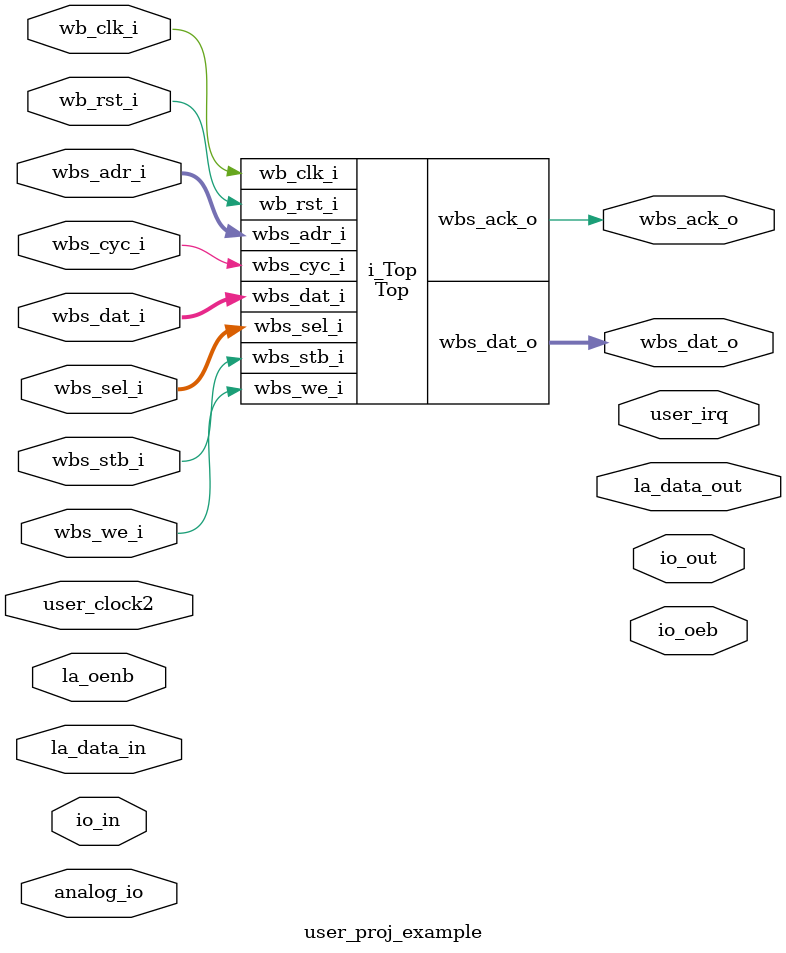
<source format=v>
module RX_INTF #(
    parameter NOC_WID = 16
) (
    input                   clk,
    input                   rst,

    input [NOC_WID-1:0]     rx,
    input [7:0]             rx_bits,
    input                   rx_toggle,

    // NoC ports
    output wire             rx_req,
    output wire [1:0]       rx_d,
    input                   rx_ack
);

    localparam [2:0]
        IDLE = 3'b000,
        REQ_HI = 3'b001,
        DATA_HI = 3'b010,
        DATA_LO = 3'b011,
        WAIT_ACK = 3'b100;

    reg [2:0]           state;
    reg [NOC_WID-1:0]   rx_sr;
    reg [7:0]           bits_left;
    reg                 toggle_last;


    assign rx_req = (state != IDLE) ? 1 : 0;
    assign rx_d[0] = (state == DATA_HI && rx_sr[NOC_WID-1] == 0) ? 1 : 0;
    assign rx_d[1] = (state == DATA_HI && rx_sr[NOC_WID-1] == 1) ? 1 : 0;

    always @(posedge clk) begin
        if (rst) begin
            state <= IDLE;
            rx_sr <= 0;
            bits_left <= 0;
            toggle_last <= 0;
        end else begin
            case (state)
                IDLE: begin
                    if (rx_toggle != toggle_last) begin
                        state <= REQ_HI;
                        rx_sr <= rx;
                        bits_left <= rx_bits;
                        toggle_last <= rx_toggle;
                    end
                end
                REQ_HI: begin
                    if (rx_ack) begin
                        state <= DATA_HI;
                    end
                end
                DATA_HI: begin
                    if (~rx_ack) begin
                        state <= DATA_LO;
                    end
                end
                DATA_LO: begin
                    state <= WAIT_ACK;
                    rx_sr <= (rx_sr << 1);
                    bits_left <= bits_left - 1;
                end
                WAIT_ACK: begin
                    if (rx_ack) begin
                        if (bits_left == 0) begin
                            state <= IDLE;
                        end else begin
                            state <= DATA_HI;
                        end
                    end
                end
            endcase
        end
    end

endmodule


// module tb;

//     reg         clk, rst;
//     reg [15:0]  rx;
//     reg [7:0]   rx_bits;
//     reg         rx_toggle;

//     wire        rx_req;
//     wire [1:0]  rx_d;
//     wire        rx_ack;

//     RX_INTF i_RX_INTF (
//         .clk      (clk      ),
//         .rst      (rst      ),
//         .rx       (rx       ),
//         .rx_bits  (rx_bits  ),
//         .rx_toggle(rx_toggle),
//         .rx_req   (rx_req   ),
//         .rx_d     (rx_d     ),
//         .rx_ack   (rx_ack   )
//     );

//     always #5 clk = ~clk;

//     localparam [1:0]
//         IDLE = 2'b00,
//         ACK_HI = 2'b01,
//         ACK_LO = 2'b10;

//     reg [1:0] state;

//     wire rx_valid;

//     assign rx_valid = rx_d[0] | rx_d[1];
//     assign rx_ack = (state == ACK_HI) ? 1 : 0;

//     always @(posedge clk) begin
//         case (state)
//             IDLE: begin
//                 if (rx_req) begin
//                     state <= ACK_HI;
//                 end
//             end
//             ACK_HI: begin
//                 if (rx_valid) begin
//                     state <= ACK_LO;
//                 end else if (~rx_req) begin
//                     state <= IDLE;
//                 end
//             end
//             ACK_LO: begin
//                 if (~rx_valid) begin
//                     state <= ACK_HI;
//                 end
//             end
//         endcase
//     end

//     initial begin
//         $dumpfile("dump.vcd");
//         $dumpvars(0, tb);

//         clk = 0;
//         rst = 1;

//         state = IDLE;

//         rx = 0;
//         rx_bits = 0;
//         rx_toggle = 0;
//         #21;

//         rst = 0;
//         rx = 16'b1100_1010_0000_0000;
//         rx_bits = 8;
//         rx_toggle = ~rx_toggle;
//         #400;

//         #200;
//         $finish;
//     end
// endmodule
module TX_INTF #(
    parameter NOC_WID = 16
) (
    input                       clk,
    input                       rst,

    output reg [NOC_WID-1:0]    tx,

    // NoC ports
    input [2*NOC_WID-1:0]       tx_d,
    output wire                 tx_ack
);

    localparam [1:0]
        IDLE = 2'b00,
        DATA_LOAD = 2'b01,
        ACK_HI = 2'b10;

    reg [2:0]           state;

    wire [NOC_WID-1:0]  tx_valid_bitwise;
    wire                tx_valid;
    wire                tx_empty;

    genvar i;
    generate
        for (i = 0; i < NOC_WID; i = i+1) begin
            assign tx_valid_bitwise[i] = (tx_d[2*i] | tx_d[2*i+1]);
        end
    endgenerate

    assign tx_valid = &tx_valid_bitwise;
    assign tx_empty = ~(|tx_valid_bitwise);

    assign tx_ack = (state == ACK_HI) ? 1 : 0;

    integer j;
    always @(posedge clk) begin
        if (rst) begin
            state <= IDLE;
            tx <= 0;
        end else begin
            case (state)
                IDLE: begin
                    if (tx_valid) begin
                        state <= DATA_LOAD;
                        for (j = 0; j < NOC_WID; j = j+1) begin
                            tx[j] <= tx_d[2*j+1];
                        end
                    end
                end
                DATA_LOAD: begin
                    state <= ACK_HI;
                end
                ACK_HI: begin
                    if (tx_empty) begin
                        state <= IDLE;
                    end
                end

            endcase

        end
    end
endmodule


// module tb;

//     reg         clk, rst;
//     wire [3:0]  tx;
//     reg [7:0]   tx_d;
//     wire        tx_ack;

//     TX_INTF #(
//         .NOC_WID(4)
//     ) i_TX_INTF (
//         .clk(clk),
//         .rst(rst),
//         .tx(tx),
//         .tx_d(tx_d),
//         .tx_ack(tx_ack)
//     );

//     always #5 clk = ~clk;

//     initial begin
//         $dumpfile("dump.vcd");
//         $dumpvars(0, tb);

//         clk = 0;
//         rst = 1;

//         tx_d = 0;
//         #21;

//         rst = 0;
//         tx_d = 8'b10100101;
//         #400;
//         tx_d = 0;

//         #200;
//         $finish;

//     end


// endmodule
module WB_INTF #(
    parameter WB_WID = 32,
    parameter NOC_WID = 16
) (

    input                       en,             // mux enabled

    input                       wb_clk_i,
    input                       wb_rst_i,
    input                       wbs_stb_i,
    input                       wbs_cyc_i,
    input                       wbs_we_i,
    input [(WB_WID/8)-1:0]      wbs_sel_i,
    input [WB_WID-1:0]          wbs_dat_i,
    input [WB_WID-1:0]          wbs_adr_i,
    output reg                  wbs_ack_o,
    output reg [WB_WID-1:0]     wbs_dat_o,

    // To repeaters
    output reg [WB_WID-1:0]     repeat_dat,
    output reg [WB_WID-1:0]     repeat_adr,

    // To NoC wrappers
    output reg [NOC_WID-1:0]    noc_rx,
    output reg [7:0]            noc_rx_bits,
    output reg                  noc_rx_toggle,
    input [NOC_WID-1:0]         noc_tx,
    output reg                  noc_tx_toggle
);

    localparam DEFAULT_ADDR = 32'hFFFFFFFF;     // Out of bounds for all PEs

    localparam NOC_RX_ADDR = 32'hFFFF0000;
    localparam NOC_TX_ADDR = 32'hFFFF0004;

    always @(posedge wb_clk_i) begin
        if (wb_rst_i | ~en) begin
            wbs_dat_o <= 0;
            repeat_dat <= 0;
            repeat_adr <= DEFAULT_ADDR;
            noc_rx <= 0;
            noc_rx_bits <= 0;
            noc_rx_toggle <= 0;
            noc_tx_toggle <= 0;
        end else if (wbs_stb_i && wbs_cyc_i) begin
            repeat_dat <= 0;
            repeat_adr <= DEFAULT_ADDR;
            noc_rx <= 0;
            wbs_dat_o <= 0;

            if (wbs_we_i && ~wbs_ack_o) begin                   // Write: stolen from Charles
                repeat_dat <= wbs_dat_i;
                repeat_adr <= wbs_adr_i;

                if (wbs_adr_i == NOC_RX_ADDR) begin
                    noc_rx <= wbs_dat_i[NOC_WID-1:0];
                    noc_rx_bits <= wbs_dat_i[NOC_WID+7:NOC_WID];
                    noc_rx_toggle <= ~noc_rx_toggle;
                end

            end else if (~wbs_we_i && ~wbs_ack_o) begin         // Read: stolen from Charles
                if (wbs_adr_i == NOC_TX_ADDR) begin
                    wbs_dat_o <= noc_tx;
                    noc_tx_toggle <= ~noc_tx_toggle;
                end
            end
        end
    end

    always @(posedge wb_clk_i) begin
        if (wb_rst_i | ~en) begin
            wbs_ack_o <= 0;
        end else begin
            wbs_ack_o <= (wbs_stb_i && wbs_cyc_i);              // We can process immediately: stolen from Charles
        end
    end
endmodule
module bus_repeater #(
    parameter WB_WID = 32,
    parameter NOC_WID = 16,
    parameter REGIONAL_ADDR_WID = 9,
    parameter FANOUT = 32,
    parameter ADDR_LO = 32'h0,
    parameter ADDR_HI = 32'b001000000000        // non-inclusive
) (

    input                               clk,
    input                               rst,
    input [WB_WID-1:0]                  in_dat,
    input [WB_WID-1:0]                  in_adr,

    output reg [NOC_WID-1:0]            out_dat,
    output reg [REGIONAL_ADDR_WID-1:0]  out_adr
);

    always @(posedge clk) begin
        if (rst) begin
            out_dat <= 0;
            out_adr <= 1;       // Note: address 0 actually maps to a PE
        end else begin
            if (in_adr >= ADDR_LO && in_adr < ADDR_HI) begin
                out_dat <= in_dat[NOC_WID-1:0];
                out_adr <= in_adr-ADDR_LO;
            end else begin
                out_dat <= 0;
                out_adr <= 1;
            end
        end
    end

endmodule


// module tb;

//     reg clk, rst;
//     reg [31:0] in_dat, in_adr;
//     wire [15:0] out_dat;
//     wire [8:0] out_adr;

//     bus_repeater i_bus_repeater (
//         .clk    (clk    ),
//         .rst    (rst    ),
//         .in_dat (in_dat ),
//         .in_adr (in_adr ),
//         .out_dat(out_dat),
//         .out_adr(out_adr)
//     );

//     always #5 clk = ~clk;

//     initial begin
//         $dumpfile("dump.vcd");
//         $dumpvars(0, tb);

//         clk = 0;
//         rst = 1;

//         in_dat = 0;
//         in_adr = 0;

//         #21;
//         rst = 0;
//         in_dat = 1;
//         in_adr = 0;

//         #10;
//         in_dat = 2;
//         in_adr = 32'b001000000000;

//         #200;
//         $finish;
//     end

// endmodule
module leaf #(
    parameter NOC_WID = 16,
    parameter INIT_MSG = 32'b01010101010101010101010101010101
)(
    input       clk,
    input       rst,

    input                       rx_pr,
    input [1:0]                 rx_pd,
    output wire                 rx_pa,

    output wire [2*NOC_WID-1:0] tx_pd,
    input                       tx_pa
);


    localparam [1:0]
        RX_IDLE = 2'b00,
        RX_ACK_HI = 2'b01,
        RX_ACK_LO = 2'b10;

    reg [1:0] rx_state;

    wire rx_valid;

    assign rx_pa = (rx_state == RX_ACK_HI) ? 1 : 0;
    assign rx_valid = rx_pd[0] || rx_pd[1];

    always @(posedge clk) begin
        if (rst) begin
            rx_state <= RX_IDLE;
        end else begin
            case (rx_state)
                RX_IDLE: begin
                    if (rx_pr) begin
                        rx_state <= RX_ACK_HI;
                    end
                end
                RX_ACK_HI: begin
                    if (~rx_pr) begin
                        rx_state <= RX_IDLE;
                    end else if (rx_valid) begin
                        rx_state <= RX_ACK_LO;
                    end
                end
                RX_ACK_LO: begin
                    if (~rx_valid) begin
                        rx_state <= RX_ACK_HI;
                    end
                end
            endcase
        end
    end

    localparam [1:0]
        TX_IDLE = 2'b00,
        TX_SEND = 2'b01,
        TX_NOSEND = 2'b10;

    reg [1:0] tx_state;

    assign tx_pd = (tx_state == TX_SEND) ? INIT_MSG : 0;

    always @(posedge clk) begin
        if (rst) begin
            tx_state <= TX_IDLE;
        end else begin
            case (tx_state)
                TX_IDLE: begin
                    if (rx_state == RX_ACK_HI) begin
                        tx_state <= TX_SEND;
                    end
                end
                TX_SEND: begin
                    if (tx_pa) begin
                        tx_state <= TX_NOSEND;
                    end
                end
                TX_NOSEND: begin
                    if (rx_state == RX_IDLE) begin
                        tx_state <= TX_IDLE;
                    end
                end
            endcase
        end
    end


endmodule
module Top (
    input               wb_clk_i,
    input               wb_rst_i,
    input               wbs_stb_i,
    input               wbs_cyc_i,
    input               wbs_we_i,
    input [3:0]         wbs_sel_i,
    input [31:0]        wbs_dat_i,
    input [31:0]        wbs_adr_i,
    output wire         wbs_ack_o,
    output wire [31:0]  wbs_dat_o
);

    wire [31:0]     br_dat, br_adr;
    wire [15:0]     rx, tx;
    wire [7:0]      rx_bits;
    wire            rx_toggle, tx_toggle;
    WB_INTF #(
        .WB_WID(32),
        .NOC_WID(16)
    ) i_WB_INTF (
        .en           (1'b1),
        .wb_clk_i     (wb_clk_i),
        .wb_rst_i     (wb_rst_i),
        .wbs_stb_i    (wbs_stb_i),
        .wbs_cyc_i    (wbs_cyc_i),
        .wbs_we_i     (wbs_we_i),
        .wbs_sel_i    (wbs_sel_i),
        .wbs_dat_i    (wbs_dat_i),
        .wbs_adr_i    (wbs_adr_i),
        .wbs_ack_o    (wbs_ack_o),
        .wbs_dat_o    (wbs_dat_o),
        .repeat_dat   (br_dat),
        .repeat_adr   (br_adr),
        .noc_rx       (rx),
        .noc_rx_bits  (rx_bits),
        .noc_rx_toggle(rx_toggle),
        .noc_tx       (tx),
        .noc_tx_toggle(tx_toggle)
    );


    wire            top_rx_req, top_rx_ack;
    wire [1:0]      top_rx_d;
    RX_INTF #(
        .NOC_WID(16)
    ) i_RX_INTF (
        .clk      (wb_clk_i),
        .rst      (wb_rst_i),
        .rx       (rx),
        .rx_bits  (rx_bits),
        .rx_toggle(rx_toggle),
        .rx_req   (top_rx_req),
        .rx_d     (top_rx_d),
        .rx_ack   (top_rx_ack)
    );

    wire [31:0]     top_tx_d;
    wire            top_tx_ack;
    TX_INTF #(
        .NOC_WID(16)
    ) i_TX_INTF (
        .clk   (wb_clk_i),
        .rst   (wb_rst_i),
        .tx    (tx),
        .tx_d  (top_tx_d),
        .tx_ack(top_tx_ack)
    );

    wire [15:0]  br0_dat;
    wire [10:0]  br0_adr;
    bus_repeater #(
        .WB_WID           (32),
        .NOC_WID          (16),
        .REGIONAL_ADDR_WID(11),
        .FANOUT           (32),
        .ADDR_LO          (32'h30000000),
        .ADDR_HI          (32'h30000078)
    ) br0 (
        .clk(wb_clk_i),     .rst(wb_rst_i),
        .in_dat(br_dat),    .in_adr(br_adr),
        .out_dat(br0_dat),  .out_adr(br0_adr)
    );

    wire [15:0]  br1_dat;
    wire [10:0]  br1_adr;
    bus_repeater #(
        .WB_WID           (32),
        .NOC_WID          (16),
        .REGIONAL_ADDR_WID(11),
        .FANOUT           (32),
        .ADDR_LO          (32'h30000078),
        .ADDR_HI          (32'h300000cc)
    ) br1 (
        .clk(wb_clk_i),     .rst(wb_rst_i),
        .in_dat(br_dat),    .in_adr(br_adr),
        .out_dat(br1_dat),  .out_adr(br1_adr)
    );

    wire [15:0]  br2_dat;
    wire [10:0]  br2_adr;
    bus_repeater #(
        .WB_WID           (32),
        .NOC_WID          (16),
        .REGIONAL_ADDR_WID(11),
        .FANOUT           (32),
        .ADDR_LO          (32'h300000cc),
        .ADDR_HI          (32'h3000012c)
    ) br2 (
        .clk(wb_clk_i),     .rst(wb_rst_i),
        .in_dat(br_dat),    .in_adr(br_adr),
        .out_dat(br2_dat),  .out_adr(br2_adr)
    );

    wire [15:0]  br3_dat;
    wire [10:0]  br3_adr;
    bus_repeater #(
        .WB_WID           (32),
        .NOC_WID          (16),
        .REGIONAL_ADDR_WID(11),
        .FANOUT           (32),
        .ADDR_LO          (32'h3000012c),
        .ADDR_HI          (32'h30000180)
    ) br3 (
        .clk(wb_clk_i),     .rst(wb_rst_i),
        .in_dat(br_dat),    .in_adr(br_adr),
        .out_dat(br3_dat),  .out_adr(br3_adr)
    );

    wire [15:0]  br4_dat;
    wire [10:0]  br4_adr;
    bus_repeater #(
        .WB_WID           (32),
        .NOC_WID          (16),
        .REGIONAL_ADDR_WID(11),
        .FANOUT           (32),
        .ADDR_LO          (32'h30000180),
        .ADDR_HI          (32'h300001ec)
    ) br4 (
        .clk(wb_clk_i),     .rst(wb_rst_i),
        .in_dat(br_dat),    .in_adr(br_adr),
        .out_dat(br4_dat),  .out_adr(br4_adr)
    );

    wire [15:0]  br5_dat;
    wire [10:0]  br5_adr;
    bus_repeater #(
        .WB_WID           (32),
        .NOC_WID          (16),
        .REGIONAL_ADDR_WID(11),
        .FANOUT           (32),
        .ADDR_LO          (32'h300001ec),
        .ADDR_HI          (32'h30000240)
    ) br5 (
        .clk(wb_clk_i),     .rst(wb_rst_i),
        .in_dat(br_dat),    .in_adr(br_adr),
        .out_dat(br5_dat),  .out_adr(br5_adr)
    );

    wire [15:0]  br6_dat;
    wire [10:0]  br6_adr;
    bus_repeater #(
        .WB_WID           (32),
        .NOC_WID          (16),
        .REGIONAL_ADDR_WID(11),
        .FANOUT           (32),
        .ADDR_LO          (32'h30000240),
        .ADDR_HI          (32'h300002a0)
    ) br6 (
        .clk(wb_clk_i),     .rst(wb_rst_i),
        .in_dat(br_dat),    .in_adr(br_adr),
        .out_dat(br6_dat),  .out_adr(br6_adr)
    );

    wire [15:0]  br7_dat;
    wire [10:0]  br7_adr;
    bus_repeater #(
        .WB_WID           (32),
        .NOC_WID          (16),
        .REGIONAL_ADDR_WID(11),
        .FANOUT           (32),
        .ADDR_LO          (32'h300002a0),
        .ADDR_HI          (32'h300002f4)
    ) br7 (
        .clk(wb_clk_i),     .rst(wb_rst_i),
        .in_dat(br_dat),    .in_adr(br_adr),
        .out_dat(br7_dat),  .out_adr(br7_adr)
    );


    wire            r_rxr, r_rxa, r_txa;
    wire [1:0]      r_rxd;
    wire [31:0]     r_txd;
    wire            rl_rxr, rl_rxa, rl_txa;
    wire [1:0]      rl_rxd;
    wire [31:0]     rl_txd;
    wire            rll_rxr, rll_rxa, rll_txa;
    wire [1:0]      rll_rxd;
    wire [31:0]     rll_txd;
    wire            rlll_rxr, rlll_rxa, rlll_txa;
    wire [1:0]      rlll_rxd;
    wire [31:0]     rlll_txd;
    wire            rllll_rxr, rllll_rxa, rllll_txa;
    wire [1:0]      rllll_rxd;
    wire [31:0]     rllll_txd;
    wire            rlllll_rxr, rlllll_rxa, rlllll_txa;
    wire [1:0]      rlllll_rxd;
    wire [31:0]     rlllll_txd;
    wire            rllllll_rxr, rllllll_rxa, rllllll_txa;
    wire [1:0]      rllllll_rxd;
    wire [31:0]     rllllll_txd;
    wire            rlllllr_rxr, rlllllr_rxa, rlllllr_txa;
    wire [1:0]      rlllllr_rxd;
    wire [31:0]     rlllllr_txd;
    wire            rllllr_rxr, rllllr_rxa, rllllr_txa;
    wire [1:0]      rllllr_rxd;
    wire [31:0]     rllllr_txd;
    wire            rllllrl_rxr, rllllrl_rxa, rllllrl_txa;
    wire [1:0]      rllllrl_rxd;
    wire [31:0]     rllllrl_txd;
    wire            rllllrr_rxr, rllllrr_rxa, rllllrr_txa;
    wire [1:0]      rllllrr_rxd;
    wire [31:0]     rllllrr_txd;
    wire            rlllr_rxr, rlllr_rxa, rlllr_txa;
    wire [1:0]      rlllr_rxd;
    wire [31:0]     rlllr_txd;
    wire            rlllrl_rxr, rlllrl_rxa, rlllrl_txa;
    wire [1:0]      rlllrl_rxd;
    wire [31:0]     rlllrl_txd;
    wire            rlllrll_rxr, rlllrll_rxa, rlllrll_txa;
    wire [1:0]      rlllrll_rxd;
    wire [31:0]     rlllrll_txd;
    wire            rlllrlr_rxr, rlllrlr_rxa, rlllrlr_txa;
    wire [1:0]      rlllrlr_rxd;
    wire [31:0]     rlllrlr_txd;
    wire            rlllrr_rxr, rlllrr_rxa, rlllrr_txa;
    wire [1:0]      rlllrr_rxd;
    wire [31:0]     rlllrr_txd;
    wire            rlllrrl_rxr, rlllrrl_rxa, rlllrrl_txa;
    wire [1:0]      rlllrrl_rxd;
    wire [31:0]     rlllrrl_txd;
    wire            rlllrrr_rxr, rlllrrr_rxa, rlllrrr_txa;
    wire [1:0]      rlllrrr_rxd;
    wire [31:0]     rlllrrr_txd;
    wire            rllr_rxr, rllr_rxa, rllr_txa;
    wire [1:0]      rllr_rxd;
    wire [31:0]     rllr_txd;
    wire            rllrl_rxr, rllrl_rxa, rllrl_txa;
    wire [1:0]      rllrl_rxd;
    wire [31:0]     rllrl_txd;
    wire            rllrll_rxr, rllrll_rxa, rllrll_txa;
    wire [1:0]      rllrll_rxd;
    wire [31:0]     rllrll_txd;
    wire            rllrlll_rxr, rllrlll_rxa, rllrlll_txa;
    wire [1:0]      rllrlll_rxd;
    wire [31:0]     rllrlll_txd;
    wire            rllrllr_rxr, rllrllr_rxa, rllrllr_txa;
    wire [1:0]      rllrllr_rxd;
    wire [31:0]     rllrllr_txd;
    wire            rllrlr_rxr, rllrlr_rxa, rllrlr_txa;
    wire [1:0]      rllrlr_rxd;
    wire [31:0]     rllrlr_txd;
    wire            rllrlrl_rxr, rllrlrl_rxa, rllrlrl_txa;
    wire [1:0]      rllrlrl_rxd;
    wire [31:0]     rllrlrl_txd;
    wire            rllrlrr_rxr, rllrlrr_rxa, rllrlrr_txa;
    wire [1:0]      rllrlrr_rxd;
    wire [31:0]     rllrlrr_txd;
    wire            rllrr_rxr, rllrr_rxa, rllrr_txa;
    wire [1:0]      rllrr_rxd;
    wire [31:0]     rllrr_txd;
    wire            rllrrl_rxr, rllrrl_rxa, rllrrl_txa;
    wire [1:0]      rllrrl_rxd;
    wire [31:0]     rllrrl_txd;
    wire            rllrrll_rxr, rllrrll_rxa, rllrrll_txa;
    wire [1:0]      rllrrll_rxd;
    wire [31:0]     rllrrll_txd;
    wire            rllrrlr_rxr, rllrrlr_rxa, rllrrlr_txa;
    wire [1:0]      rllrrlr_rxd;
    wire [31:0]     rllrrlr_txd;
    wire            rllrrr_rxr, rllrrr_rxa, rllrrr_txa;
    wire [1:0]      rllrrr_rxd;
    wire [31:0]     rllrrr_txd;
    wire            rllrrrl_rxr, rllrrrl_rxa, rllrrrl_txa;
    wire [1:0]      rllrrrl_rxd;
    wire [31:0]     rllrrrl_txd;
    wire            rllrrrr_rxr, rllrrrr_rxa, rllrrrr_txa;
    wire [1:0]      rllrrrr_rxd;
    wire [31:0]     rllrrrr_txd;
    wire            rlr_rxr, rlr_rxa, rlr_txa;
    wire [1:0]      rlr_rxd;
    wire [31:0]     rlr_txd;
    wire            rlrl_rxr, rlrl_rxa, rlrl_txa;
    wire [1:0]      rlrl_rxd;
    wire [31:0]     rlrl_txd;
    wire            rlrll_rxr, rlrll_rxa, rlrll_txa;
    wire [1:0]      rlrll_rxd;
    wire [31:0]     rlrll_txd;
    wire            rlrlll_rxr, rlrlll_rxa, rlrlll_txa;
    wire [1:0]      rlrlll_rxd;
    wire [31:0]     rlrlll_txd;
    wire            rlrllll_rxr, rlrllll_rxa, rlrllll_txa;
    wire [1:0]      rlrllll_rxd;
    wire [31:0]     rlrllll_txd;
    wire            rlrlllr_rxr, rlrlllr_rxa, rlrlllr_txa;
    wire [1:0]      rlrlllr_rxd;
    wire [31:0]     rlrlllr_txd;
    wire            rlrllr_rxr, rlrllr_rxa, rlrllr_txa;
    wire [1:0]      rlrllr_rxd;
    wire [31:0]     rlrllr_txd;
    wire            rlrllrl_rxr, rlrllrl_rxa, rlrllrl_txa;
    wire [1:0]      rlrllrl_rxd;
    wire [31:0]     rlrllrl_txd;
    wire            rlrllrr_rxr, rlrllrr_rxa, rlrllrr_txa;
    wire [1:0]      rlrllrr_rxd;
    wire [31:0]     rlrllrr_txd;
    wire            rlrlr_rxr, rlrlr_rxa, rlrlr_txa;
    wire [1:0]      rlrlr_rxd;
    wire [31:0]     rlrlr_txd;
    wire            rlrlrl_rxr, rlrlrl_rxa, rlrlrl_txa;
    wire [1:0]      rlrlrl_rxd;
    wire [31:0]     rlrlrl_txd;
    wire            rlrlrll_rxr, rlrlrll_rxa, rlrlrll_txa;
    wire [1:0]      rlrlrll_rxd;
    wire [31:0]     rlrlrll_txd;
    wire            rlrlrlr_rxr, rlrlrlr_rxa, rlrlrlr_txa;
    wire [1:0]      rlrlrlr_rxd;
    wire [31:0]     rlrlrlr_txd;
    wire            rlrlrr_rxr, rlrlrr_rxa, rlrlrr_txa;
    wire [1:0]      rlrlrr_rxd;
    wire [31:0]     rlrlrr_txd;
    wire            rlrlrrl_rxr, rlrlrrl_rxa, rlrlrrl_txa;
    wire [1:0]      rlrlrrl_rxd;
    wire [31:0]     rlrlrrl_txd;
    wire            rlrlrrr_rxr, rlrlrrr_rxa, rlrlrrr_txa;
    wire [1:0]      rlrlrrr_rxd;
    wire [31:0]     rlrlrrr_txd;
    wire            rlrr_rxr, rlrr_rxa, rlrr_txa;
    wire [1:0]      rlrr_rxd;
    wire [31:0]     rlrr_txd;
    wire            rlrrl_rxr, rlrrl_rxa, rlrrl_txa;
    wire [1:0]      rlrrl_rxd;
    wire [31:0]     rlrrl_txd;
    wire            rlrrll_rxr, rlrrll_rxa, rlrrll_txa;
    wire [1:0]      rlrrll_rxd;
    wire [31:0]     rlrrll_txd;
    wire            rlrrlll_rxr, rlrrlll_rxa, rlrrlll_txa;
    wire [1:0]      rlrrlll_rxd;
    wire [31:0]     rlrrlll_txd;
    wire            rlrrllr_rxr, rlrrllr_rxa, rlrrllr_txa;
    wire [1:0]      rlrrllr_rxd;
    wire [31:0]     rlrrllr_txd;
    wire            rlrrlr_rxr, rlrrlr_rxa, rlrrlr_txa;
    wire [1:0]      rlrrlr_rxd;
    wire [31:0]     rlrrlr_txd;
    wire            rlrrlrl_rxr, rlrrlrl_rxa, rlrrlrl_txa;
    wire [1:0]      rlrrlrl_rxd;
    wire [31:0]     rlrrlrl_txd;
    wire            rlrrlrr_rxr, rlrrlrr_rxa, rlrrlrr_txa;
    wire [1:0]      rlrrlrr_rxd;
    wire [31:0]     rlrrlrr_txd;
    wire            rlrrr_rxr, rlrrr_rxa, rlrrr_txa;
    wire [1:0]      rlrrr_rxd;
    wire [31:0]     rlrrr_txd;
    wire            rlrrrl_rxr, rlrrrl_rxa, rlrrrl_txa;
    wire [1:0]      rlrrrl_rxd;
    wire [31:0]     rlrrrl_txd;
    wire            rlrrrll_rxr, rlrrrll_rxa, rlrrrll_txa;
    wire [1:0]      rlrrrll_rxd;
    wire [31:0]     rlrrrll_txd;
    wire            rlrrrlr_rxr, rlrrrlr_rxa, rlrrrlr_txa;
    wire [1:0]      rlrrrlr_rxd;
    wire [31:0]     rlrrrlr_txd;
    wire            rlrrrr_rxr, rlrrrr_rxa, rlrrrr_txa;
    wire [1:0]      rlrrrr_rxd;
    wire [31:0]     rlrrrr_txd;
    wire            rlrrrrl_rxr, rlrrrrl_rxa, rlrrrrl_txa;
    wire [1:0]      rlrrrrl_rxd;
    wire [31:0]     rlrrrrl_txd;
    wire            rlrrrrr_rxr, rlrrrrr_rxa, rlrrrrr_txa;
    wire [1:0]      rlrrrrr_rxd;
    wire [31:0]     rlrrrrr_txd;
    wire            rr_rxr, rr_rxa, rr_txa;
    wire [1:0]      rr_rxd;
    wire [31:0]     rr_txd;
    wire            rrl_rxr, rrl_rxa, rrl_txa;
    wire [1:0]      rrl_rxd;
    wire [31:0]     rrl_txd;
    wire            rrll_rxr, rrll_rxa, rrll_txa;
    wire [1:0]      rrll_rxd;
    wire [31:0]     rrll_txd;
    wire            rrlll_rxr, rrlll_rxa, rrlll_txa;
    wire [1:0]      rrlll_rxd;
    wire [31:0]     rrlll_txd;
    wire            rrllll_rxr, rrllll_rxa, rrllll_txa;
    wire [1:0]      rrllll_rxd;
    wire [31:0]     rrllll_txd;
    wire            rrlllll_rxr, rrlllll_rxa, rrlllll_txa;
    wire [1:0]      rrlllll_rxd;
    wire [31:0]     rrlllll_txd;
    wire            rrllllr_rxr, rrllllr_rxa, rrllllr_txa;
    wire [1:0]      rrllllr_rxd;
    wire [31:0]     rrllllr_txd;
    wire            rrlllr_rxr, rrlllr_rxa, rrlllr_txa;
    wire [1:0]      rrlllr_rxd;
    wire [31:0]     rrlllr_txd;
    wire            rrlllrl_rxr, rrlllrl_rxa, rrlllrl_txa;
    wire [1:0]      rrlllrl_rxd;
    wire [31:0]     rrlllrl_txd;
    wire            rrlllrr_rxr, rrlllrr_rxa, rrlllrr_txa;
    wire [1:0]      rrlllrr_rxd;
    wire [31:0]     rrlllrr_txd;
    wire            rrllr_rxr, rrllr_rxa, rrllr_txa;
    wire [1:0]      rrllr_rxd;
    wire [31:0]     rrllr_txd;
    wire            rrllrl_rxr, rrllrl_rxa, rrllrl_txa;
    wire [1:0]      rrllrl_rxd;
    wire [31:0]     rrllrl_txd;
    wire            rrllrll_rxr, rrllrll_rxa, rrllrll_txa;
    wire [1:0]      rrllrll_rxd;
    wire [31:0]     rrllrll_txd;
    wire            rrllrlr_rxr, rrllrlr_rxa, rrllrlr_txa;
    wire [1:0]      rrllrlr_rxd;
    wire [31:0]     rrllrlr_txd;
    wire            rrllrr_rxr, rrllrr_rxa, rrllrr_txa;
    wire [1:0]      rrllrr_rxd;
    wire [31:0]     rrllrr_txd;
    wire            rrllrrl_rxr, rrllrrl_rxa, rrllrrl_txa;
    wire [1:0]      rrllrrl_rxd;
    wire [31:0]     rrllrrl_txd;
    wire            rrllrrr_rxr, rrllrrr_rxa, rrllrrr_txa;
    wire [1:0]      rrllrrr_rxd;
    wire [31:0]     rrllrrr_txd;
    wire            rrlr_rxr, rrlr_rxa, rrlr_txa;
    wire [1:0]      rrlr_rxd;
    wire [31:0]     rrlr_txd;
    wire            rrlrl_rxr, rrlrl_rxa, rrlrl_txa;
    wire [1:0]      rrlrl_rxd;
    wire [31:0]     rrlrl_txd;
    wire            rrlrll_rxr, rrlrll_rxa, rrlrll_txa;
    wire [1:0]      rrlrll_rxd;
    wire [31:0]     rrlrll_txd;
    wire            rrlrlll_rxr, rrlrlll_rxa, rrlrlll_txa;
    wire [1:0]      rrlrlll_rxd;
    wire [31:0]     rrlrlll_txd;
    wire            rrlrllr_rxr, rrlrllr_rxa, rrlrllr_txa;
    wire [1:0]      rrlrllr_rxd;
    wire [31:0]     rrlrllr_txd;
    wire            rrlrlr_rxr, rrlrlr_rxa, rrlrlr_txa;
    wire [1:0]      rrlrlr_rxd;
    wire [31:0]     rrlrlr_txd;
    wire            rrlrlrl_rxr, rrlrlrl_rxa, rrlrlrl_txa;
    wire [1:0]      rrlrlrl_rxd;
    wire [31:0]     rrlrlrl_txd;
    wire            rrlrlrr_rxr, rrlrlrr_rxa, rrlrlrr_txa;
    wire [1:0]      rrlrlrr_rxd;
    wire [31:0]     rrlrlrr_txd;
    wire            rrlrr_rxr, rrlrr_rxa, rrlrr_txa;
    wire [1:0]      rrlrr_rxd;
    wire [31:0]     rrlrr_txd;
    wire            rrlrrl_rxr, rrlrrl_rxa, rrlrrl_txa;
    wire [1:0]      rrlrrl_rxd;
    wire [31:0]     rrlrrl_txd;
    wire            rrlrrll_rxr, rrlrrll_rxa, rrlrrll_txa;
    wire [1:0]      rrlrrll_rxd;
    wire [31:0]     rrlrrll_txd;
    wire            rrlrrlr_rxr, rrlrrlr_rxa, rrlrrlr_txa;
    wire [1:0]      rrlrrlr_rxd;
    wire [31:0]     rrlrrlr_txd;
    wire            rrlrrr_rxr, rrlrrr_rxa, rrlrrr_txa;
    wire [1:0]      rrlrrr_rxd;
    wire [31:0]     rrlrrr_txd;
    wire            rrlrrrl_rxr, rrlrrrl_rxa, rrlrrrl_txa;
    wire [1:0]      rrlrrrl_rxd;
    wire [31:0]     rrlrrrl_txd;
    wire            rrlrrrr_rxr, rrlrrrr_rxa, rrlrrrr_txa;
    wire [1:0]      rrlrrrr_rxd;
    wire [31:0]     rrlrrrr_txd;
    wire            rrr_rxr, rrr_rxa, rrr_txa;
    wire [1:0]      rrr_rxd;
    wire [31:0]     rrr_txd;
    wire            rrrl_rxr, rrrl_rxa, rrrl_txa;
    wire [1:0]      rrrl_rxd;
    wire [31:0]     rrrl_txd;
    wire            rrrll_rxr, rrrll_rxa, rrrll_txa;
    wire [1:0]      rrrll_rxd;
    wire [31:0]     rrrll_txd;
    wire            rrrlll_rxr, rrrlll_rxa, rrrlll_txa;
    wire [1:0]      rrrlll_rxd;
    wire [31:0]     rrrlll_txd;
    wire            rrrllll_rxr, rrrllll_rxa, rrrllll_txa;
    wire [1:0]      rrrllll_rxd;
    wire [31:0]     rrrllll_txd;
    wire            rrrlllr_rxr, rrrlllr_rxa, rrrlllr_txa;
    wire [1:0]      rrrlllr_rxd;
    wire [31:0]     rrrlllr_txd;
    wire            rrrllr_rxr, rrrllr_rxa, rrrllr_txa;
    wire [1:0]      rrrllr_rxd;
    wire [31:0]     rrrllr_txd;
    wire            rrrllrl_rxr, rrrllrl_rxa, rrrllrl_txa;
    wire [1:0]      rrrllrl_rxd;
    wire [31:0]     rrrllrl_txd;
    wire            rrrllrr_rxr, rrrllrr_rxa, rrrllrr_txa;
    wire [1:0]      rrrllrr_rxd;
    wire [31:0]     rrrllrr_txd;
    wire            rrrlr_rxr, rrrlr_rxa, rrrlr_txa;
    wire [1:0]      rrrlr_rxd;
    wire [31:0]     rrrlr_txd;
    wire            rrrlrl_rxr, rrrlrl_rxa, rrrlrl_txa;
    wire [1:0]      rrrlrl_rxd;
    wire [31:0]     rrrlrl_txd;
    wire            rrrlrll_rxr, rrrlrll_rxa, rrrlrll_txa;
    wire [1:0]      rrrlrll_rxd;
    wire [31:0]     rrrlrll_txd;
    wire            rrrlrlr_rxr, rrrlrlr_rxa, rrrlrlr_txa;
    wire [1:0]      rrrlrlr_rxd;
    wire [31:0]     rrrlrlr_txd;
    wire            rrrlrr_rxr, rrrlrr_rxa, rrrlrr_txa;
    wire [1:0]      rrrlrr_rxd;
    wire [31:0]     rrrlrr_txd;
    wire            rrrlrrl_rxr, rrrlrrl_rxa, rrrlrrl_txa;
    wire [1:0]      rrrlrrl_rxd;
    wire [31:0]     rrrlrrl_txd;
    wire            rrrlrrr_rxr, rrrlrrr_rxa, rrrlrrr_txa;
    wire [1:0]      rrrlrrr_rxd;
    wire [31:0]     rrrlrrr_txd;
    wire            rrrr_rxr, rrrr_rxa, rrrr_txa;
    wire [1:0]      rrrr_rxd;
    wire [31:0]     rrrr_txd;
    wire            rrrrl_rxr, rrrrl_rxa, rrrrl_txa;
    wire [1:0]      rrrrl_rxd;
    wire [31:0]     rrrrl_txd;
    wire            rrrrll_rxr, rrrrll_rxa, rrrrll_txa;
    wire [1:0]      rrrrll_rxd;
    wire [31:0]     rrrrll_txd;
    wire            rrrrlll_rxr, rrrrlll_rxa, rrrrlll_txa;
    wire [1:0]      rrrrlll_rxd;
    wire [31:0]     rrrrlll_txd;
    wire            rrrrllr_rxr, rrrrllr_rxa, rrrrllr_txa;
    wire [1:0]      rrrrllr_rxd;
    wire [31:0]     rrrrllr_txd;
    wire            rrrrlr_rxr, rrrrlr_rxa, rrrrlr_txa;
    wire [1:0]      rrrrlr_rxd;
    wire [31:0]     rrrrlr_txd;
    wire            rrrrlrl_rxr, rrrrlrl_rxa, rrrrlrl_txa;
    wire [1:0]      rrrrlrl_rxd;
    wire [31:0]     rrrrlrl_txd;
    wire            rrrrlrr_rxr, rrrrlrr_rxa, rrrrlrr_txa;
    wire [1:0]      rrrrlrr_rxd;
    wire [31:0]     rrrrlrr_txd;
    wire            rrrrr_rxr, rrrrr_rxa, rrrrr_txa;
    wire [1:0]      rrrrr_rxd;
    wire [31:0]     rrrrr_txd;
    wire            rrrrrl_rxr, rrrrrl_rxa, rrrrrl_txa;
    wire [1:0]      rrrrrl_rxd;
    wire [31:0]     rrrrrl_txd;
    wire            rrrrrll_rxr, rrrrrll_rxa, rrrrrll_txa;
    wire [1:0]      rrrrrll_rxd;
    wire [31:0]     rrrrrll_txd;
    wire            rrrrrlr_rxr, rrrrrlr_rxa, rrrrrlr_txa;
    wire [1:0]      rrrrrlr_rxd;
    wire [31:0]     rrrrrlr_txd;
    wire            rrrrrr_rxr, rrrrrr_rxa, rrrrrr_txa;
    wire [1:0]      rrrrrr_rxd;
    wire [31:0]     rrrrrr_txd;
    wire            rrrrrrl_rxr, rrrrrrl_rxa, rrrrrrl_txa;
    wire [1:0]      rrrrrrl_rxd;
    wire [31:0]     rrrrrrl_txd;
    wire            rrrrrrr_rxr, rrrrrrr_rxa, rrrrrrr_txa;
    wire [1:0]      rrrrrrr_rxd;
    wire [31:0]     rrrrrrr_txd;


    assign r_rxr = top_rx_req;
    assign r_rxd = top_rx_d;
    assign top_rx_ack = r_rxa;
    assign top_tx_d = r_txd;
    assign r_txa = top_tx_ack;
    PE_right r (
        .clk(wb_clk_i), .rst(wb_rst_i),
        .cfg_dat(br0_dat), .cfg_adr(br0_adr), .slv_addr(11'h0),
        .rx_pr(r_rxr), .rx_pd(r_rxd), .rx_pa(r_rxa),
        .rx_c0r(rl_rxr), .rx_c0d(rl_rxd), .rx_c0a(rl_rxa),
        .rx_c1r(rr_rxr), .rx_c1d(rr_rxd), .rx_c1a(rr_rxa),
        .tx_c0d(rl_txd), .tx_c0a(rl_txa),
        .tx_c1d(rr_txd), .tx_c1a(rr_txa),
        .tx_pd(r_txd), .tx_pa(r_txa)
    );
    PE_down rl (
        .clk(wb_clk_i), .rst(wb_rst_i),
        .cfg_dat(br0_dat), .cfg_adr(br0_adr), .slv_addr(11'hc),
        .rx_pr(rl_rxr), .rx_pd(rl_rxd), .rx_pa(rl_rxa),
        .rx_c0r(rll_rxr), .rx_c0d(rll_rxd), .rx_c0a(rll_rxa),
        .rx_c1r(rlr_rxr), .rx_c1d(rlr_rxd), .rx_c1a(rlr_rxa),
        .tx_c0d(rll_txd), .tx_c0a(rll_txa),
        .tx_c1d(rlr_txd), .tx_c1a(rlr_txa),
        .tx_pd(rl_txd), .tx_pa(rl_txa)
    );
    PE_right rll (
        .clk(wb_clk_i), .rst(wb_rst_i),
        .cfg_dat(br0_dat), .cfg_adr(br0_adr), .slv_addr(11'h18),
        .rx_pr(rll_rxr), .rx_pd(rll_rxd), .rx_pa(rll_rxa),
        .rx_c0r(rlll_rxr), .rx_c0d(rlll_rxd), .rx_c0a(rlll_rxa),
        .rx_c1r(rllr_rxr), .rx_c1d(rllr_rxd), .rx_c1a(rllr_rxa),
        .tx_c0d(rlll_txd), .tx_c0a(rlll_txa),
        .tx_c1d(rllr_txd), .tx_c1a(rllr_txa),
        .tx_pd(rll_txd), .tx_pa(rll_txa)
    );
    PE_down rlll (
        .clk(wb_clk_i), .rst(wb_rst_i),
        .cfg_dat(br0_dat), .cfg_adr(br0_adr), .slv_addr(11'h24),
        .rx_pr(rlll_rxr), .rx_pd(rlll_rxd), .rx_pa(rlll_rxa),
        .rx_c0r(rllll_rxr), .rx_c0d(rllll_rxd), .rx_c0a(rllll_rxa),
        .rx_c1r(rlllr_rxr), .rx_c1d(rlllr_rxd), .rx_c1a(rlllr_rxa),
        .tx_c0d(rllll_txd), .tx_c0a(rllll_txa),
        .tx_c1d(rlllr_txd), .tx_c1a(rlllr_txa),
        .tx_pd(rlll_txd), .tx_pa(rlll_txa)
    );
    PE_right rllll (
        .clk(wb_clk_i), .rst(wb_rst_i),
        .cfg_dat(br0_dat), .cfg_adr(br0_adr), .slv_addr(11'h30),
        .rx_pr(rllll_rxr), .rx_pd(rllll_rxd), .rx_pa(rllll_rxa),
        .rx_c0r(rlllll_rxr), .rx_c0d(rlllll_rxd), .rx_c0a(rlllll_rxa),
        .rx_c1r(rllllr_rxr), .rx_c1d(rllllr_rxd), .rx_c1a(rllllr_rxa),
        .tx_c0d(rlllll_txd), .tx_c0a(rlllll_txa),
        .tx_c1d(rllllr_txd), .tx_c1a(rllllr_txa),
        .tx_pd(rllll_txd), .tx_pa(rllll_txa)
    );
    PE_down rlllll (
        .clk(wb_clk_i), .rst(wb_rst_i),
        .cfg_dat(br0_dat), .cfg_adr(br0_adr), .slv_addr(11'h3c),
        .rx_pr(rlllll_rxr), .rx_pd(rlllll_rxd), .rx_pa(rlllll_rxa),
        .rx_c0r(rllllll_rxr), .rx_c0d(rllllll_rxd), .rx_c0a(rllllll_rxa),
        .rx_c1r(rlllllr_rxr), .rx_c1d(rlllllr_rxd), .rx_c1a(rlllllr_rxa),
        .tx_c0d(rllllll_txd), .tx_c0a(rllllll_txa),
        .tx_c1d(rlllllr_txd), .tx_c1a(rlllllr_txa),
        .tx_pd(rlllll_txd), .tx_pa(rlllll_txa)
    );
    leaf #(
        .NOC_WID(16)
    ) leaf_rllllll (
        .clk  (wb_clk_i),
        .rst  (wb_rst_i),
        .rx_pr(rllllll_rxr),
        .rx_pd(rllllll_rxd),
        .rx_pa(rllllll_rxa),
        .tx_pd(rllllll_txd),
        .tx_pa(rllllll_txa)
    );
    leaf #(
        .NOC_WID(16)
    ) leaf_rlllllr (
        .clk  (wb_clk_i),
        .rst  (wb_rst_i),
        .rx_pr(rlllllr_rxr),
        .rx_pd(rlllllr_rxd),
        .rx_pa(rlllllr_rxa),
        .tx_pd(rlllllr_txd),
        .tx_pa(rlllllr_txa)
    );
    PE_up rllllr (
        .clk(wb_clk_i), .rst(wb_rst_i),
        .cfg_dat(br0_dat), .cfg_adr(br0_adr), .slv_addr(11'h48),
        .rx_pr(rllllr_rxr), .rx_pd(rllllr_rxd), .rx_pa(rllllr_rxa),
        .rx_c0r(rllllrl_rxr), .rx_c0d(rllllrl_rxd), .rx_c0a(rllllrl_rxa),
        .rx_c1r(rllllrr_rxr), .rx_c1d(rllllrr_rxd), .rx_c1a(rllllrr_rxa),
        .tx_c0d(rllllrl_txd), .tx_c0a(rllllrl_txa),
        .tx_c1d(rllllrr_txd), .tx_c1a(rllllrr_txa),
        .tx_pd(rllllr_txd), .tx_pa(rllllr_txa)
    );
    leaf #(
        .NOC_WID(16)
    ) leaf_rllllrl (
        .clk  (wb_clk_i),
        .rst  (wb_rst_i),
        .rx_pr(rllllrl_rxr),
        .rx_pd(rllllrl_rxd),
        .rx_pa(rllllrl_rxa),
        .tx_pd(rllllrl_txd),
        .tx_pa(rllllrl_txa)
    );
    leaf #(
        .NOC_WID(16)
    ) leaf_rllllrr (
        .clk  (wb_clk_i),
        .rst  (wb_rst_i),
        .rx_pr(rllllrr_rxr),
        .rx_pd(rllllrr_rxd),
        .rx_pa(rllllrr_rxa),
        .tx_pd(rllllrr_txd),
        .tx_pa(rllllrr_txa)
    );
    PE_left rlllr (
        .clk(wb_clk_i), .rst(wb_rst_i),
        .cfg_dat(br0_dat), .cfg_adr(br0_adr), .slv_addr(11'h54),
        .rx_pr(rlllr_rxr), .rx_pd(rlllr_rxd), .rx_pa(rlllr_rxa),
        .rx_c0r(rlllrl_rxr), .rx_c0d(rlllrl_rxd), .rx_c0a(rlllrl_rxa),
        .rx_c1r(rlllrr_rxr), .rx_c1d(rlllrr_rxd), .rx_c1a(rlllrr_rxa),
        .tx_c0d(rlllrl_txd), .tx_c0a(rlllrl_txa),
        .tx_c1d(rlllrr_txd), .tx_c1a(rlllrr_txa),
        .tx_pd(rlllr_txd), .tx_pa(rlllr_txa)
    );
    PE_down rlllrl (
        .clk(wb_clk_i), .rst(wb_rst_i),
        .cfg_dat(br0_dat), .cfg_adr(br0_adr), .slv_addr(11'h60),
        .rx_pr(rlllrl_rxr), .rx_pd(rlllrl_rxd), .rx_pa(rlllrl_rxa),
        .rx_c0r(rlllrll_rxr), .rx_c0d(rlllrll_rxd), .rx_c0a(rlllrll_rxa),
        .rx_c1r(rlllrlr_rxr), .rx_c1d(rlllrlr_rxd), .rx_c1a(rlllrlr_rxa),
        .tx_c0d(rlllrll_txd), .tx_c0a(rlllrll_txa),
        .tx_c1d(rlllrlr_txd), .tx_c1a(rlllrlr_txa),
        .tx_pd(rlllrl_txd), .tx_pa(rlllrl_txa)
    );
    leaf #(
        .NOC_WID(16)
    ) leaf_rlllrll (
        .clk  (wb_clk_i),
        .rst  (wb_rst_i),
        .rx_pr(rlllrll_rxr),
        .rx_pd(rlllrll_rxd),
        .rx_pa(rlllrll_rxa),
        .tx_pd(rlllrll_txd),
        .tx_pa(rlllrll_txa)
    );
    leaf #(
        .NOC_WID(16)
    ) leaf_rlllrlr (
        .clk  (wb_clk_i),
        .rst  (wb_rst_i),
        .rx_pr(rlllrlr_rxr),
        .rx_pd(rlllrlr_rxd),
        .rx_pa(rlllrlr_rxa),
        .tx_pd(rlllrlr_txd),
        .tx_pa(rlllrlr_txa)
    );
    PE_up rlllrr (
        .clk(wb_clk_i), .rst(wb_rst_i),
        .cfg_dat(br0_dat), .cfg_adr(br0_adr), .slv_addr(11'h6c),
        .rx_pr(rlllrr_rxr), .rx_pd(rlllrr_rxd), .rx_pa(rlllrr_rxa),
        .rx_c0r(rlllrrl_rxr), .rx_c0d(rlllrrl_rxd), .rx_c0a(rlllrrl_rxa),
        .rx_c1r(rlllrrr_rxr), .rx_c1d(rlllrrr_rxd), .rx_c1a(rlllrrr_rxa),
        .tx_c0d(rlllrrl_txd), .tx_c0a(rlllrrl_txa),
        .tx_c1d(rlllrrr_txd), .tx_c1a(rlllrrr_txa),
        .tx_pd(rlllrr_txd), .tx_pa(rlllrr_txa)
    );
    leaf #(
        .NOC_WID(16)
    ) leaf_rlllrrl (
        .clk  (wb_clk_i),
        .rst  (wb_rst_i),
        .rx_pr(rlllrrl_rxr),
        .rx_pd(rlllrrl_rxd),
        .rx_pa(rlllrrl_rxa),
        .tx_pd(rlllrrl_txd),
        .tx_pa(rlllrrl_txa)
    );
    leaf #(
        .NOC_WID(16)
    ) leaf_rlllrrr (
        .clk  (wb_clk_i),
        .rst  (wb_rst_i),
        .rx_pr(rlllrrr_rxr),
        .rx_pd(rlllrrr_rxd),
        .rx_pa(rlllrrr_rxa),
        .tx_pd(rlllrrr_txd),
        .tx_pa(rlllrrr_txa)
    );
    PE_up rllr (
        .clk(wb_clk_i), .rst(wb_rst_i),
        .cfg_dat(br1_dat), .cfg_adr(br1_adr), .slv_addr(11'h0),
        .rx_pr(rllr_rxr), .rx_pd(rllr_rxd), .rx_pa(rllr_rxa),
        .rx_c0r(rllrl_rxr), .rx_c0d(rllrl_rxd), .rx_c0a(rllrl_rxa),
        .rx_c1r(rllrr_rxr), .rx_c1d(rllrr_rxd), .rx_c1a(rllrr_rxa),
        .tx_c0d(rllrl_txd), .tx_c0a(rllrl_txa),
        .tx_c1d(rllrr_txd), .tx_c1a(rllrr_txa),
        .tx_pd(rllr_txd), .tx_pa(rllr_txa)
    );
    PE_right rllrl (
        .clk(wb_clk_i), .rst(wb_rst_i),
        .cfg_dat(br1_dat), .cfg_adr(br1_adr), .slv_addr(11'hc),
        .rx_pr(rllrl_rxr), .rx_pd(rllrl_rxd), .rx_pa(rllrl_rxa),
        .rx_c0r(rllrll_rxr), .rx_c0d(rllrll_rxd), .rx_c0a(rllrll_rxa),
        .rx_c1r(rllrlr_rxr), .rx_c1d(rllrlr_rxd), .rx_c1a(rllrlr_rxa),
        .tx_c0d(rllrll_txd), .tx_c0a(rllrll_txa),
        .tx_c1d(rllrlr_txd), .tx_c1a(rllrlr_txa),
        .tx_pd(rllrl_txd), .tx_pa(rllrl_txa)
    );
    PE_down rllrll (
        .clk(wb_clk_i), .rst(wb_rst_i),
        .cfg_dat(br1_dat), .cfg_adr(br1_adr), .slv_addr(11'h18),
        .rx_pr(rllrll_rxr), .rx_pd(rllrll_rxd), .rx_pa(rllrll_rxa),
        .rx_c0r(rllrlll_rxr), .rx_c0d(rllrlll_rxd), .rx_c0a(rllrlll_rxa),
        .rx_c1r(rllrllr_rxr), .rx_c1d(rllrllr_rxd), .rx_c1a(rllrllr_rxa),
        .tx_c0d(rllrlll_txd), .tx_c0a(rllrlll_txa),
        .tx_c1d(rllrllr_txd), .tx_c1a(rllrllr_txa),
        .tx_pd(rllrll_txd), .tx_pa(rllrll_txa)
    );
    leaf #(
        .NOC_WID(16)
    ) leaf_rllrlll (
        .clk  (wb_clk_i),
        .rst  (wb_rst_i),
        .rx_pr(rllrlll_rxr),
        .rx_pd(rllrlll_rxd),
        .rx_pa(rllrlll_rxa),
        .tx_pd(rllrlll_txd),
        .tx_pa(rllrlll_txa)
    );
    leaf #(
        .NOC_WID(16)
    ) leaf_rllrllr (
        .clk  (wb_clk_i),
        .rst  (wb_rst_i),
        .rx_pr(rllrllr_rxr),
        .rx_pd(rllrllr_rxd),
        .rx_pa(rllrllr_rxa),
        .tx_pd(rllrllr_txd),
        .tx_pa(rllrllr_txa)
    );
    PE_up rllrlr (
        .clk(wb_clk_i), .rst(wb_rst_i),
        .cfg_dat(br1_dat), .cfg_adr(br1_adr), .slv_addr(11'h24),
        .rx_pr(rllrlr_rxr), .rx_pd(rllrlr_rxd), .rx_pa(rllrlr_rxa),
        .rx_c0r(rllrlrl_rxr), .rx_c0d(rllrlrl_rxd), .rx_c0a(rllrlrl_rxa),
        .rx_c1r(rllrlrr_rxr), .rx_c1d(rllrlrr_rxd), .rx_c1a(rllrlrr_rxa),
        .tx_c0d(rllrlrl_txd), .tx_c0a(rllrlrl_txa),
        .tx_c1d(rllrlrr_txd), .tx_c1a(rllrlrr_txa),
        .tx_pd(rllrlr_txd), .tx_pa(rllrlr_txa)
    );
    leaf #(
        .NOC_WID(16)
    ) leaf_rllrlrl (
        .clk  (wb_clk_i),
        .rst  (wb_rst_i),
        .rx_pr(rllrlrl_rxr),
        .rx_pd(rllrlrl_rxd),
        .rx_pa(rllrlrl_rxa),
        .tx_pd(rllrlrl_txd),
        .tx_pa(rllrlrl_txa)
    );
    leaf #(
        .NOC_WID(16)
    ) leaf_rllrlrr (
        .clk  (wb_clk_i),
        .rst  (wb_rst_i),
        .rx_pr(rllrlrr_rxr),
        .rx_pd(rllrlrr_rxd),
        .rx_pa(rllrlrr_rxa),
        .tx_pd(rllrlrr_txd),
        .tx_pa(rllrlrr_txa)
    );
    PE_left rllrr (
        .clk(wb_clk_i), .rst(wb_rst_i),
        .cfg_dat(br1_dat), .cfg_adr(br1_adr), .slv_addr(11'h30),
        .rx_pr(rllrr_rxr), .rx_pd(rllrr_rxd), .rx_pa(rllrr_rxa),
        .rx_c0r(rllrrl_rxr), .rx_c0d(rllrrl_rxd), .rx_c0a(rllrrl_rxa),
        .rx_c1r(rllrrr_rxr), .rx_c1d(rllrrr_rxd), .rx_c1a(rllrrr_rxa),
        .tx_c0d(rllrrl_txd), .tx_c0a(rllrrl_txa),
        .tx_c1d(rllrrr_txd), .tx_c1a(rllrrr_txa),
        .tx_pd(rllrr_txd), .tx_pa(rllrr_txa)
    );
    PE_down rllrrl (
        .clk(wb_clk_i), .rst(wb_rst_i),
        .cfg_dat(br1_dat), .cfg_adr(br1_adr), .slv_addr(11'h3c),
        .rx_pr(rllrrl_rxr), .rx_pd(rllrrl_rxd), .rx_pa(rllrrl_rxa),
        .rx_c0r(rllrrll_rxr), .rx_c0d(rllrrll_rxd), .rx_c0a(rllrrll_rxa),
        .rx_c1r(rllrrlr_rxr), .rx_c1d(rllrrlr_rxd), .rx_c1a(rllrrlr_rxa),
        .tx_c0d(rllrrll_txd), .tx_c0a(rllrrll_txa),
        .tx_c1d(rllrrlr_txd), .tx_c1a(rllrrlr_txa),
        .tx_pd(rllrrl_txd), .tx_pa(rllrrl_txa)
    );
    leaf #(
        .NOC_WID(16)
    ) leaf_rllrrll (
        .clk  (wb_clk_i),
        .rst  (wb_rst_i),
        .rx_pr(rllrrll_rxr),
        .rx_pd(rllrrll_rxd),
        .rx_pa(rllrrll_rxa),
        .tx_pd(rllrrll_txd),
        .tx_pa(rllrrll_txa)
    );
    leaf #(
        .NOC_WID(16)
    ) leaf_rllrrlr (
        .clk  (wb_clk_i),
        .rst  (wb_rst_i),
        .rx_pr(rllrrlr_rxr),
        .rx_pd(rllrrlr_rxd),
        .rx_pa(rllrrlr_rxa),
        .tx_pd(rllrrlr_txd),
        .tx_pa(rllrrlr_txa)
    );
    PE_up rllrrr (
        .clk(wb_clk_i), .rst(wb_rst_i),
        .cfg_dat(br1_dat), .cfg_adr(br1_adr), .slv_addr(11'h48),
        .rx_pr(rllrrr_rxr), .rx_pd(rllrrr_rxd), .rx_pa(rllrrr_rxa),
        .rx_c0r(rllrrrl_rxr), .rx_c0d(rllrrrl_rxd), .rx_c0a(rllrrrl_rxa),
        .rx_c1r(rllrrrr_rxr), .rx_c1d(rllrrrr_rxd), .rx_c1a(rllrrrr_rxa),
        .tx_c0d(rllrrrl_txd), .tx_c0a(rllrrrl_txa),
        .tx_c1d(rllrrrr_txd), .tx_c1a(rllrrrr_txa),
        .tx_pd(rllrrr_txd), .tx_pa(rllrrr_txa)
    );
    leaf #(
        .NOC_WID(16)
    ) leaf_rllrrrl (
        .clk  (wb_clk_i),
        .rst  (wb_rst_i),
        .rx_pr(rllrrrl_rxr),
        .rx_pd(rllrrrl_rxd),
        .rx_pa(rllrrrl_rxa),
        .tx_pd(rllrrrl_txd),
        .tx_pa(rllrrrl_txa)
    );
    leaf #(
        .NOC_WID(16)
    ) leaf_rllrrrr (
        .clk  (wb_clk_i),
        .rst  (wb_rst_i),
        .rx_pr(rllrrrr_rxr),
        .rx_pd(rllrrrr_rxd),
        .rx_pa(rllrrrr_rxa),
        .tx_pd(rllrrrr_txd),
        .tx_pa(rllrrrr_txa)
    );
    PE_left rlr (
        .clk(wb_clk_i), .rst(wb_rst_i),
        .cfg_dat(br2_dat), .cfg_adr(br2_adr), .slv_addr(11'h0),
        .rx_pr(rlr_rxr), .rx_pd(rlr_rxd), .rx_pa(rlr_rxa),
        .rx_c0r(rlrl_rxr), .rx_c0d(rlrl_rxd), .rx_c0a(rlrl_rxa),
        .rx_c1r(rlrr_rxr), .rx_c1d(rlrr_rxd), .rx_c1a(rlrr_rxa),
        .tx_c0d(rlrl_txd), .tx_c0a(rlrl_txa),
        .tx_c1d(rlrr_txd), .tx_c1a(rlrr_txa),
        .tx_pd(rlr_txd), .tx_pa(rlr_txa)
    );
    PE_down rlrl (
        .clk(wb_clk_i), .rst(wb_rst_i),
        .cfg_dat(br2_dat), .cfg_adr(br2_adr), .slv_addr(11'hc),
        .rx_pr(rlrl_rxr), .rx_pd(rlrl_rxd), .rx_pa(rlrl_rxa),
        .rx_c0r(rlrll_rxr), .rx_c0d(rlrll_rxd), .rx_c0a(rlrll_rxa),
        .rx_c1r(rlrlr_rxr), .rx_c1d(rlrlr_rxd), .rx_c1a(rlrlr_rxa),
        .tx_c0d(rlrll_txd), .tx_c0a(rlrll_txa),
        .tx_c1d(rlrlr_txd), .tx_c1a(rlrlr_txa),
        .tx_pd(rlrl_txd), .tx_pa(rlrl_txa)
    );
    PE_right rlrll (
        .clk(wb_clk_i), .rst(wb_rst_i),
        .cfg_dat(br2_dat), .cfg_adr(br2_adr), .slv_addr(11'h18),
        .rx_pr(rlrll_rxr), .rx_pd(rlrll_rxd), .rx_pa(rlrll_rxa),
        .rx_c0r(rlrlll_rxr), .rx_c0d(rlrlll_rxd), .rx_c0a(rlrlll_rxa),
        .rx_c1r(rlrllr_rxr), .rx_c1d(rlrllr_rxd), .rx_c1a(rlrllr_rxa),
        .tx_c0d(rlrlll_txd), .tx_c0a(rlrlll_txa),
        .tx_c1d(rlrllr_txd), .tx_c1a(rlrllr_txa),
        .tx_pd(rlrll_txd), .tx_pa(rlrll_txa)
    );
    PE_down rlrlll (
        .clk(wb_clk_i), .rst(wb_rst_i),
        .cfg_dat(br2_dat), .cfg_adr(br2_adr), .slv_addr(11'h24),
        .rx_pr(rlrlll_rxr), .rx_pd(rlrlll_rxd), .rx_pa(rlrlll_rxa),
        .rx_c0r(rlrllll_rxr), .rx_c0d(rlrllll_rxd), .rx_c0a(rlrllll_rxa),
        .rx_c1r(rlrlllr_rxr), .rx_c1d(rlrlllr_rxd), .rx_c1a(rlrlllr_rxa),
        .tx_c0d(rlrllll_txd), .tx_c0a(rlrllll_txa),
        .tx_c1d(rlrlllr_txd), .tx_c1a(rlrlllr_txa),
        .tx_pd(rlrlll_txd), .tx_pa(rlrlll_txa)
    );
    leaf #(
        .NOC_WID(16)
    ) leaf_rlrllll (
        .clk  (wb_clk_i),
        .rst  (wb_rst_i),
        .rx_pr(rlrllll_rxr),
        .rx_pd(rlrllll_rxd),
        .rx_pa(rlrllll_rxa),
        .tx_pd(rlrllll_txd),
        .tx_pa(rlrllll_txa)
    );
    leaf #(
        .NOC_WID(16)
    ) leaf_rlrlllr (
        .clk  (wb_clk_i),
        .rst  (wb_rst_i),
        .rx_pr(rlrlllr_rxr),
        .rx_pd(rlrlllr_rxd),
        .rx_pa(rlrlllr_rxa),
        .tx_pd(rlrlllr_txd),
        .tx_pa(rlrlllr_txa)
    );
    PE_up rlrllr (
        .clk(wb_clk_i), .rst(wb_rst_i),
        .cfg_dat(br2_dat), .cfg_adr(br2_adr), .slv_addr(11'h30),
        .rx_pr(rlrllr_rxr), .rx_pd(rlrllr_rxd), .rx_pa(rlrllr_rxa),
        .rx_c0r(rlrllrl_rxr), .rx_c0d(rlrllrl_rxd), .rx_c0a(rlrllrl_rxa),
        .rx_c1r(rlrllrr_rxr), .rx_c1d(rlrllrr_rxd), .rx_c1a(rlrllrr_rxa),
        .tx_c0d(rlrllrl_txd), .tx_c0a(rlrllrl_txa),
        .tx_c1d(rlrllrr_txd), .tx_c1a(rlrllrr_txa),
        .tx_pd(rlrllr_txd), .tx_pa(rlrllr_txa)
    );
    leaf #(
        .NOC_WID(16)
    ) leaf_rlrllrl (
        .clk  (wb_clk_i),
        .rst  (wb_rst_i),
        .rx_pr(rlrllrl_rxr),
        .rx_pd(rlrllrl_rxd),
        .rx_pa(rlrllrl_rxa),
        .tx_pd(rlrllrl_txd),
        .tx_pa(rlrllrl_txa)
    );
    leaf #(
        .NOC_WID(16)
    ) leaf_rlrllrr (
        .clk  (wb_clk_i),
        .rst  (wb_rst_i),
        .rx_pr(rlrllrr_rxr),
        .rx_pd(rlrllrr_rxd),
        .rx_pa(rlrllrr_rxa),
        .tx_pd(rlrllrr_txd),
        .tx_pa(rlrllrr_txa)
    );
    PE_left rlrlr (
        .clk(wb_clk_i), .rst(wb_rst_i),
        .cfg_dat(br2_dat), .cfg_adr(br2_adr), .slv_addr(11'h3c),
        .rx_pr(rlrlr_rxr), .rx_pd(rlrlr_rxd), .rx_pa(rlrlr_rxa),
        .rx_c0r(rlrlrl_rxr), .rx_c0d(rlrlrl_rxd), .rx_c0a(rlrlrl_rxa),
        .rx_c1r(rlrlrr_rxr), .rx_c1d(rlrlrr_rxd), .rx_c1a(rlrlrr_rxa),
        .tx_c0d(rlrlrl_txd), .tx_c0a(rlrlrl_txa),
        .tx_c1d(rlrlrr_txd), .tx_c1a(rlrlrr_txa),
        .tx_pd(rlrlr_txd), .tx_pa(rlrlr_txa)
    );
    PE_down rlrlrl (
        .clk(wb_clk_i), .rst(wb_rst_i),
        .cfg_dat(br2_dat), .cfg_adr(br2_adr), .slv_addr(11'h48),
        .rx_pr(rlrlrl_rxr), .rx_pd(rlrlrl_rxd), .rx_pa(rlrlrl_rxa),
        .rx_c0r(rlrlrll_rxr), .rx_c0d(rlrlrll_rxd), .rx_c0a(rlrlrll_rxa),
        .rx_c1r(rlrlrlr_rxr), .rx_c1d(rlrlrlr_rxd), .rx_c1a(rlrlrlr_rxa),
        .tx_c0d(rlrlrll_txd), .tx_c0a(rlrlrll_txa),
        .tx_c1d(rlrlrlr_txd), .tx_c1a(rlrlrlr_txa),
        .tx_pd(rlrlrl_txd), .tx_pa(rlrlrl_txa)
    );
    leaf #(
        .NOC_WID(16)
    ) leaf_rlrlrll (
        .clk  (wb_clk_i),
        .rst  (wb_rst_i),
        .rx_pr(rlrlrll_rxr),
        .rx_pd(rlrlrll_rxd),
        .rx_pa(rlrlrll_rxa),
        .tx_pd(rlrlrll_txd),
        .tx_pa(rlrlrll_txa)
    );
    leaf #(
        .NOC_WID(16)
    ) leaf_rlrlrlr (
        .clk  (wb_clk_i),
        .rst  (wb_rst_i),
        .rx_pr(rlrlrlr_rxr),
        .rx_pd(rlrlrlr_rxd),
        .rx_pa(rlrlrlr_rxa),
        .tx_pd(rlrlrlr_txd),
        .tx_pa(rlrlrlr_txa)
    );
    PE_up rlrlrr (
        .clk(wb_clk_i), .rst(wb_rst_i),
        .cfg_dat(br2_dat), .cfg_adr(br2_adr), .slv_addr(11'h54),
        .rx_pr(rlrlrr_rxr), .rx_pd(rlrlrr_rxd), .rx_pa(rlrlrr_rxa),
        .rx_c0r(rlrlrrl_rxr), .rx_c0d(rlrlrrl_rxd), .rx_c0a(rlrlrrl_rxa),
        .rx_c1r(rlrlrrr_rxr), .rx_c1d(rlrlrrr_rxd), .rx_c1a(rlrlrrr_rxa),
        .tx_c0d(rlrlrrl_txd), .tx_c0a(rlrlrrl_txa),
        .tx_c1d(rlrlrrr_txd), .tx_c1a(rlrlrrr_txa),
        .tx_pd(rlrlrr_txd), .tx_pa(rlrlrr_txa)
    );
    leaf #(
        .NOC_WID(16)
    ) leaf_rlrlrrl (
        .clk  (wb_clk_i),
        .rst  (wb_rst_i),
        .rx_pr(rlrlrrl_rxr),
        .rx_pd(rlrlrrl_rxd),
        .rx_pa(rlrlrrl_rxa),
        .tx_pd(rlrlrrl_txd),
        .tx_pa(rlrlrrl_txa)
    );
    leaf #(
        .NOC_WID(16)
    ) leaf_rlrlrrr (
        .clk  (wb_clk_i),
        .rst  (wb_rst_i),
        .rx_pr(rlrlrrr_rxr),
        .rx_pd(rlrlrrr_rxd),
        .rx_pa(rlrlrrr_rxa),
        .tx_pd(rlrlrrr_txd),
        .tx_pa(rlrlrrr_txa)
    );
    PE_up rlrr (
        .clk(wb_clk_i), .rst(wb_rst_i),
        .cfg_dat(br3_dat), .cfg_adr(br3_adr), .slv_addr(11'h0),
        .rx_pr(rlrr_rxr), .rx_pd(rlrr_rxd), .rx_pa(rlrr_rxa),
        .rx_c0r(rlrrl_rxr), .rx_c0d(rlrrl_rxd), .rx_c0a(rlrrl_rxa),
        .rx_c1r(rlrrr_rxr), .rx_c1d(rlrrr_rxd), .rx_c1a(rlrrr_rxa),
        .tx_c0d(rlrrl_txd), .tx_c0a(rlrrl_txa),
        .tx_c1d(rlrrr_txd), .tx_c1a(rlrrr_txa),
        .tx_pd(rlrr_txd), .tx_pa(rlrr_txa)
    );
    PE_right rlrrl (
        .clk(wb_clk_i), .rst(wb_rst_i),
        .cfg_dat(br3_dat), .cfg_adr(br3_adr), .slv_addr(11'hc),
        .rx_pr(rlrrl_rxr), .rx_pd(rlrrl_rxd), .rx_pa(rlrrl_rxa),
        .rx_c0r(rlrrll_rxr), .rx_c0d(rlrrll_rxd), .rx_c0a(rlrrll_rxa),
        .rx_c1r(rlrrlr_rxr), .rx_c1d(rlrrlr_rxd), .rx_c1a(rlrrlr_rxa),
        .tx_c0d(rlrrll_txd), .tx_c0a(rlrrll_txa),
        .tx_c1d(rlrrlr_txd), .tx_c1a(rlrrlr_txa),
        .tx_pd(rlrrl_txd), .tx_pa(rlrrl_txa)
    );
    PE_down rlrrll (
        .clk(wb_clk_i), .rst(wb_rst_i),
        .cfg_dat(br3_dat), .cfg_adr(br3_adr), .slv_addr(11'h18),
        .rx_pr(rlrrll_rxr), .rx_pd(rlrrll_rxd), .rx_pa(rlrrll_rxa),
        .rx_c0r(rlrrlll_rxr), .rx_c0d(rlrrlll_rxd), .rx_c0a(rlrrlll_rxa),
        .rx_c1r(rlrrllr_rxr), .rx_c1d(rlrrllr_rxd), .rx_c1a(rlrrllr_rxa),
        .tx_c0d(rlrrlll_txd), .tx_c0a(rlrrlll_txa),
        .tx_c1d(rlrrllr_txd), .tx_c1a(rlrrllr_txa),
        .tx_pd(rlrrll_txd), .tx_pa(rlrrll_txa)
    );
    leaf #(
        .NOC_WID(16)
    ) leaf_rlrrlll (
        .clk  (wb_clk_i),
        .rst  (wb_rst_i),
        .rx_pr(rlrrlll_rxr),
        .rx_pd(rlrrlll_rxd),
        .rx_pa(rlrrlll_rxa),
        .tx_pd(rlrrlll_txd),
        .tx_pa(rlrrlll_txa)
    );
    leaf #(
        .NOC_WID(16)
    ) leaf_rlrrllr (
        .clk  (wb_clk_i),
        .rst  (wb_rst_i),
        .rx_pr(rlrrllr_rxr),
        .rx_pd(rlrrllr_rxd),
        .rx_pa(rlrrllr_rxa),
        .tx_pd(rlrrllr_txd),
        .tx_pa(rlrrllr_txa)
    );
    PE_up rlrrlr (
        .clk(wb_clk_i), .rst(wb_rst_i),
        .cfg_dat(br3_dat), .cfg_adr(br3_adr), .slv_addr(11'h24),
        .rx_pr(rlrrlr_rxr), .rx_pd(rlrrlr_rxd), .rx_pa(rlrrlr_rxa),
        .rx_c0r(rlrrlrl_rxr), .rx_c0d(rlrrlrl_rxd), .rx_c0a(rlrrlrl_rxa),
        .rx_c1r(rlrrlrr_rxr), .rx_c1d(rlrrlrr_rxd), .rx_c1a(rlrrlrr_rxa),
        .tx_c0d(rlrrlrl_txd), .tx_c0a(rlrrlrl_txa),
        .tx_c1d(rlrrlrr_txd), .tx_c1a(rlrrlrr_txa),
        .tx_pd(rlrrlr_txd), .tx_pa(rlrrlr_txa)
    );
    leaf #(
        .NOC_WID(16)
    ) leaf_rlrrlrl (
        .clk  (wb_clk_i),
        .rst  (wb_rst_i),
        .rx_pr(rlrrlrl_rxr),
        .rx_pd(rlrrlrl_rxd),
        .rx_pa(rlrrlrl_rxa),
        .tx_pd(rlrrlrl_txd),
        .tx_pa(rlrrlrl_txa)
    );
    leaf #(
        .NOC_WID(16)
    ) leaf_rlrrlrr (
        .clk  (wb_clk_i),
        .rst  (wb_rst_i),
        .rx_pr(rlrrlrr_rxr),
        .rx_pd(rlrrlrr_rxd),
        .rx_pa(rlrrlrr_rxa),
        .tx_pd(rlrrlrr_txd),
        .tx_pa(rlrrlrr_txa)
    );
    PE_left rlrrr (
        .clk(wb_clk_i), .rst(wb_rst_i),
        .cfg_dat(br3_dat), .cfg_adr(br3_adr), .slv_addr(11'h30),
        .rx_pr(rlrrr_rxr), .rx_pd(rlrrr_rxd), .rx_pa(rlrrr_rxa),
        .rx_c0r(rlrrrl_rxr), .rx_c0d(rlrrrl_rxd), .rx_c0a(rlrrrl_rxa),
        .rx_c1r(rlrrrr_rxr), .rx_c1d(rlrrrr_rxd), .rx_c1a(rlrrrr_rxa),
        .tx_c0d(rlrrrl_txd), .tx_c0a(rlrrrl_txa),
        .tx_c1d(rlrrrr_txd), .tx_c1a(rlrrrr_txa),
        .tx_pd(rlrrr_txd), .tx_pa(rlrrr_txa)
    );
    PE_down rlrrrl (
        .clk(wb_clk_i), .rst(wb_rst_i),
        .cfg_dat(br3_dat), .cfg_adr(br3_adr), .slv_addr(11'h3c),
        .rx_pr(rlrrrl_rxr), .rx_pd(rlrrrl_rxd), .rx_pa(rlrrrl_rxa),
        .rx_c0r(rlrrrll_rxr), .rx_c0d(rlrrrll_rxd), .rx_c0a(rlrrrll_rxa),
        .rx_c1r(rlrrrlr_rxr), .rx_c1d(rlrrrlr_rxd), .rx_c1a(rlrrrlr_rxa),
        .tx_c0d(rlrrrll_txd), .tx_c0a(rlrrrll_txa),
        .tx_c1d(rlrrrlr_txd), .tx_c1a(rlrrrlr_txa),
        .tx_pd(rlrrrl_txd), .tx_pa(rlrrrl_txa)
    );
    leaf #(
        .NOC_WID(16)
    ) leaf_rlrrrll (
        .clk  (wb_clk_i),
        .rst  (wb_rst_i),
        .rx_pr(rlrrrll_rxr),
        .rx_pd(rlrrrll_rxd),
        .rx_pa(rlrrrll_rxa),
        .tx_pd(rlrrrll_txd),
        .tx_pa(rlrrrll_txa)
    );
    leaf #(
        .NOC_WID(16)
    ) leaf_rlrrrlr (
        .clk  (wb_clk_i),
        .rst  (wb_rst_i),
        .rx_pr(rlrrrlr_rxr),
        .rx_pd(rlrrrlr_rxd),
        .rx_pa(rlrrrlr_rxa),
        .tx_pd(rlrrrlr_txd),
        .tx_pa(rlrrrlr_txa)
    );
    PE_up rlrrrr (
        .clk(wb_clk_i), .rst(wb_rst_i),
        .cfg_dat(br3_dat), .cfg_adr(br3_adr), .slv_addr(11'h48),
        .rx_pr(rlrrrr_rxr), .rx_pd(rlrrrr_rxd), .rx_pa(rlrrrr_rxa),
        .rx_c0r(rlrrrrl_rxr), .rx_c0d(rlrrrrl_rxd), .rx_c0a(rlrrrrl_rxa),
        .rx_c1r(rlrrrrr_rxr), .rx_c1d(rlrrrrr_rxd), .rx_c1a(rlrrrrr_rxa),
        .tx_c0d(rlrrrrl_txd), .tx_c0a(rlrrrrl_txa),
        .tx_c1d(rlrrrrr_txd), .tx_c1a(rlrrrrr_txa),
        .tx_pd(rlrrrr_txd), .tx_pa(rlrrrr_txa)
    );
    leaf #(
        .NOC_WID(16)
    ) leaf_rlrrrrl (
        .clk  (wb_clk_i),
        .rst  (wb_rst_i),
        .rx_pr(rlrrrrl_rxr),
        .rx_pd(rlrrrrl_rxd),
        .rx_pa(rlrrrrl_rxa),
        .tx_pd(rlrrrrl_txd),
        .tx_pa(rlrrrrl_txa)
    );
    leaf #(
        .NOC_WID(16)
    ) leaf_rlrrrrr (
        .clk  (wb_clk_i),
        .rst  (wb_rst_i),
        .rx_pr(rlrrrrr_rxr),
        .rx_pd(rlrrrrr_rxd),
        .rx_pa(rlrrrrr_rxa),
        .tx_pd(rlrrrrr_txd),
        .tx_pa(rlrrrrr_txa)
    );
    PE_up rr (
        .clk(wb_clk_i), .rst(wb_rst_i),
        .cfg_dat(br4_dat), .cfg_adr(br4_adr), .slv_addr(11'h0),
        .rx_pr(rr_rxr), .rx_pd(rr_rxd), .rx_pa(rr_rxa),
        .rx_c0r(rrl_rxr), .rx_c0d(rrl_rxd), .rx_c0a(rrl_rxa),
        .rx_c1r(rrr_rxr), .rx_c1d(rrr_rxd), .rx_c1a(rrr_rxa),
        .tx_c0d(rrl_txd), .tx_c0a(rrl_txa),
        .tx_c1d(rrr_txd), .tx_c1a(rrr_txa),
        .tx_pd(rr_txd), .tx_pa(rr_txa)
    );
    PE_right rrl (
        .clk(wb_clk_i), .rst(wb_rst_i),
        .cfg_dat(br4_dat), .cfg_adr(br4_adr), .slv_addr(11'hc),
        .rx_pr(rrl_rxr), .rx_pd(rrl_rxd), .rx_pa(rrl_rxa),
        .rx_c0r(rrll_rxr), .rx_c0d(rrll_rxd), .rx_c0a(rrll_rxa),
        .rx_c1r(rrlr_rxr), .rx_c1d(rrlr_rxd), .rx_c1a(rrlr_rxa),
        .tx_c0d(rrll_txd), .tx_c0a(rrll_txa),
        .tx_c1d(rrlr_txd), .tx_c1a(rrlr_txa),
        .tx_pd(rrl_txd), .tx_pa(rrl_txa)
    );
    PE_down rrll (
        .clk(wb_clk_i), .rst(wb_rst_i),
        .cfg_dat(br4_dat), .cfg_adr(br4_adr), .slv_addr(11'h18),
        .rx_pr(rrll_rxr), .rx_pd(rrll_rxd), .rx_pa(rrll_rxa),
        .rx_c0r(rrlll_rxr), .rx_c0d(rrlll_rxd), .rx_c0a(rrlll_rxa),
        .rx_c1r(rrllr_rxr), .rx_c1d(rrllr_rxd), .rx_c1a(rrllr_rxa),
        .tx_c0d(rrlll_txd), .tx_c0a(rrlll_txa),
        .tx_c1d(rrllr_txd), .tx_c1a(rrllr_txa),
        .tx_pd(rrll_txd), .tx_pa(rrll_txa)
    );
    PE_right rrlll (
        .clk(wb_clk_i), .rst(wb_rst_i),
        .cfg_dat(br4_dat), .cfg_adr(br4_adr), .slv_addr(11'h24),
        .rx_pr(rrlll_rxr), .rx_pd(rrlll_rxd), .rx_pa(rrlll_rxa),
        .rx_c0r(rrllll_rxr), .rx_c0d(rrllll_rxd), .rx_c0a(rrllll_rxa),
        .rx_c1r(rrlllr_rxr), .rx_c1d(rrlllr_rxd), .rx_c1a(rrlllr_rxa),
        .tx_c0d(rrllll_txd), .tx_c0a(rrllll_txa),
        .tx_c1d(rrlllr_txd), .tx_c1a(rrlllr_txa),
        .tx_pd(rrlll_txd), .tx_pa(rrlll_txa)
    );
    PE_down rrllll (
        .clk(wb_clk_i), .rst(wb_rst_i),
        .cfg_dat(br4_dat), .cfg_adr(br4_adr), .slv_addr(11'h30),
        .rx_pr(rrllll_rxr), .rx_pd(rrllll_rxd), .rx_pa(rrllll_rxa),
        .rx_c0r(rrlllll_rxr), .rx_c0d(rrlllll_rxd), .rx_c0a(rrlllll_rxa),
        .rx_c1r(rrllllr_rxr), .rx_c1d(rrllllr_rxd), .rx_c1a(rrllllr_rxa),
        .tx_c0d(rrlllll_txd), .tx_c0a(rrlllll_txa),
        .tx_c1d(rrllllr_txd), .tx_c1a(rrllllr_txa),
        .tx_pd(rrllll_txd), .tx_pa(rrllll_txa)
    );
    leaf #(
        .NOC_WID(16)
    ) leaf_rrlllll (
        .clk  (wb_clk_i),
        .rst  (wb_rst_i),
        .rx_pr(rrlllll_rxr),
        .rx_pd(rrlllll_rxd),
        .rx_pa(rrlllll_rxa),
        .tx_pd(rrlllll_txd),
        .tx_pa(rrlllll_txa)
    );
    leaf #(
        .NOC_WID(16)
    ) leaf_rrllllr (
        .clk  (wb_clk_i),
        .rst  (wb_rst_i),
        .rx_pr(rrllllr_rxr),
        .rx_pd(rrllllr_rxd),
        .rx_pa(rrllllr_rxa),
        .tx_pd(rrllllr_txd),
        .tx_pa(rrllllr_txa)
    );
    PE_up rrlllr (
        .clk(wb_clk_i), .rst(wb_rst_i),
        .cfg_dat(br4_dat), .cfg_adr(br4_adr), .slv_addr(11'h3c),
        .rx_pr(rrlllr_rxr), .rx_pd(rrlllr_rxd), .rx_pa(rrlllr_rxa),
        .rx_c0r(rrlllrl_rxr), .rx_c0d(rrlllrl_rxd), .rx_c0a(rrlllrl_rxa),
        .rx_c1r(rrlllrr_rxr), .rx_c1d(rrlllrr_rxd), .rx_c1a(rrlllrr_rxa),
        .tx_c0d(rrlllrl_txd), .tx_c0a(rrlllrl_txa),
        .tx_c1d(rrlllrr_txd), .tx_c1a(rrlllrr_txa),
        .tx_pd(rrlllr_txd), .tx_pa(rrlllr_txa)
    );
    leaf #(
        .NOC_WID(16)
    ) leaf_rrlllrl (
        .clk  (wb_clk_i),
        .rst  (wb_rst_i),
        .rx_pr(rrlllrl_rxr),
        .rx_pd(rrlllrl_rxd),
        .rx_pa(rrlllrl_rxa),
        .tx_pd(rrlllrl_txd),
        .tx_pa(rrlllrl_txa)
    );
    leaf #(
        .NOC_WID(16)
    ) leaf_rrlllrr (
        .clk  (wb_clk_i),
        .rst  (wb_rst_i),
        .rx_pr(rrlllrr_rxr),
        .rx_pd(rrlllrr_rxd),
        .rx_pa(rrlllrr_rxa),
        .tx_pd(rrlllrr_txd),
        .tx_pa(rrlllrr_txa)
    );
    PE_left rrllr (
        .clk(wb_clk_i), .rst(wb_rst_i),
        .cfg_dat(br4_dat), .cfg_adr(br4_adr), .slv_addr(11'h48),
        .rx_pr(rrllr_rxr), .rx_pd(rrllr_rxd), .rx_pa(rrllr_rxa),
        .rx_c0r(rrllrl_rxr), .rx_c0d(rrllrl_rxd), .rx_c0a(rrllrl_rxa),
        .rx_c1r(rrllrr_rxr), .rx_c1d(rrllrr_rxd), .rx_c1a(rrllrr_rxa),
        .tx_c0d(rrllrl_txd), .tx_c0a(rrllrl_txa),
        .tx_c1d(rrllrr_txd), .tx_c1a(rrllrr_txa),
        .tx_pd(rrllr_txd), .tx_pa(rrllr_txa)
    );
    PE_down rrllrl (
        .clk(wb_clk_i), .rst(wb_rst_i),
        .cfg_dat(br4_dat), .cfg_adr(br4_adr), .slv_addr(11'h54),
        .rx_pr(rrllrl_rxr), .rx_pd(rrllrl_rxd), .rx_pa(rrllrl_rxa),
        .rx_c0r(rrllrll_rxr), .rx_c0d(rrllrll_rxd), .rx_c0a(rrllrll_rxa),
        .rx_c1r(rrllrlr_rxr), .rx_c1d(rrllrlr_rxd), .rx_c1a(rrllrlr_rxa),
        .tx_c0d(rrllrll_txd), .tx_c0a(rrllrll_txa),
        .tx_c1d(rrllrlr_txd), .tx_c1a(rrllrlr_txa),
        .tx_pd(rrllrl_txd), .tx_pa(rrllrl_txa)
    );
    leaf #(
        .NOC_WID(16)
    ) leaf_rrllrll (
        .clk  (wb_clk_i),
        .rst  (wb_rst_i),
        .rx_pr(rrllrll_rxr),
        .rx_pd(rrllrll_rxd),
        .rx_pa(rrllrll_rxa),
        .tx_pd(rrllrll_txd),
        .tx_pa(rrllrll_txa)
    );
    leaf #(
        .NOC_WID(16)
    ) leaf_rrllrlr (
        .clk  (wb_clk_i),
        .rst  (wb_rst_i),
        .rx_pr(rrllrlr_rxr),
        .rx_pd(rrllrlr_rxd),
        .rx_pa(rrllrlr_rxa),
        .tx_pd(rrllrlr_txd),
        .tx_pa(rrllrlr_txa)
    );
    PE_up rrllrr (
        .clk(wb_clk_i), .rst(wb_rst_i),
        .cfg_dat(br4_dat), .cfg_adr(br4_adr), .slv_addr(11'h60),
        .rx_pr(rrllrr_rxr), .rx_pd(rrllrr_rxd), .rx_pa(rrllrr_rxa),
        .rx_c0r(rrllrrl_rxr), .rx_c0d(rrllrrl_rxd), .rx_c0a(rrllrrl_rxa),
        .rx_c1r(rrllrrr_rxr), .rx_c1d(rrllrrr_rxd), .rx_c1a(rrllrrr_rxa),
        .tx_c0d(rrllrrl_txd), .tx_c0a(rrllrrl_txa),
        .tx_c1d(rrllrrr_txd), .tx_c1a(rrllrrr_txa),
        .tx_pd(rrllrr_txd), .tx_pa(rrllrr_txa)
    );
    leaf #(
        .NOC_WID(16)
    ) leaf_rrllrrl (
        .clk  (wb_clk_i),
        .rst  (wb_rst_i),
        .rx_pr(rrllrrl_rxr),
        .rx_pd(rrllrrl_rxd),
        .rx_pa(rrllrrl_rxa),
        .tx_pd(rrllrrl_txd),
        .tx_pa(rrllrrl_txa)
    );
    leaf #(
        .NOC_WID(16)
    ) leaf_rrllrrr (
        .clk  (wb_clk_i),
        .rst  (wb_rst_i),
        .rx_pr(rrllrrr_rxr),
        .rx_pd(rrllrrr_rxd),
        .rx_pa(rrllrrr_rxa),
        .tx_pd(rrllrrr_txd),
        .tx_pa(rrllrrr_txa)
    );
    PE_up rrlr (
        .clk(wb_clk_i), .rst(wb_rst_i),
        .cfg_dat(br5_dat), .cfg_adr(br5_adr), .slv_addr(11'h0),
        .rx_pr(rrlr_rxr), .rx_pd(rrlr_rxd), .rx_pa(rrlr_rxa),
        .rx_c0r(rrlrl_rxr), .rx_c0d(rrlrl_rxd), .rx_c0a(rrlrl_rxa),
        .rx_c1r(rrlrr_rxr), .rx_c1d(rrlrr_rxd), .rx_c1a(rrlrr_rxa),
        .tx_c0d(rrlrl_txd), .tx_c0a(rrlrl_txa),
        .tx_c1d(rrlrr_txd), .tx_c1a(rrlrr_txa),
        .tx_pd(rrlr_txd), .tx_pa(rrlr_txa)
    );
    PE_right rrlrl (
        .clk(wb_clk_i), .rst(wb_rst_i),
        .cfg_dat(br5_dat), .cfg_adr(br5_adr), .slv_addr(11'hc),
        .rx_pr(rrlrl_rxr), .rx_pd(rrlrl_rxd), .rx_pa(rrlrl_rxa),
        .rx_c0r(rrlrll_rxr), .rx_c0d(rrlrll_rxd), .rx_c0a(rrlrll_rxa),
        .rx_c1r(rrlrlr_rxr), .rx_c1d(rrlrlr_rxd), .rx_c1a(rrlrlr_rxa),
        .tx_c0d(rrlrll_txd), .tx_c0a(rrlrll_txa),
        .tx_c1d(rrlrlr_txd), .tx_c1a(rrlrlr_txa),
        .tx_pd(rrlrl_txd), .tx_pa(rrlrl_txa)
    );
    PE_down rrlrll (
        .clk(wb_clk_i), .rst(wb_rst_i),
        .cfg_dat(br5_dat), .cfg_adr(br5_adr), .slv_addr(11'h18),
        .rx_pr(rrlrll_rxr), .rx_pd(rrlrll_rxd), .rx_pa(rrlrll_rxa),
        .rx_c0r(rrlrlll_rxr), .rx_c0d(rrlrlll_rxd), .rx_c0a(rrlrlll_rxa),
        .rx_c1r(rrlrllr_rxr), .rx_c1d(rrlrllr_rxd), .rx_c1a(rrlrllr_rxa),
        .tx_c0d(rrlrlll_txd), .tx_c0a(rrlrlll_txa),
        .tx_c1d(rrlrllr_txd), .tx_c1a(rrlrllr_txa),
        .tx_pd(rrlrll_txd), .tx_pa(rrlrll_txa)
    );
    leaf #(
        .NOC_WID(16)
    ) leaf_rrlrlll (
        .clk  (wb_clk_i),
        .rst  (wb_rst_i),
        .rx_pr(rrlrlll_rxr),
        .rx_pd(rrlrlll_rxd),
        .rx_pa(rrlrlll_rxa),
        .tx_pd(rrlrlll_txd),
        .tx_pa(rrlrlll_txa)
    );
    leaf #(
        .NOC_WID(16)
    ) leaf_rrlrllr (
        .clk  (wb_clk_i),
        .rst  (wb_rst_i),
        .rx_pr(rrlrllr_rxr),
        .rx_pd(rrlrllr_rxd),
        .rx_pa(rrlrllr_rxa),
        .tx_pd(rrlrllr_txd),
        .tx_pa(rrlrllr_txa)
    );
    PE_up rrlrlr (
        .clk(wb_clk_i), .rst(wb_rst_i),
        .cfg_dat(br5_dat), .cfg_adr(br5_adr), .slv_addr(11'h24),
        .rx_pr(rrlrlr_rxr), .rx_pd(rrlrlr_rxd), .rx_pa(rrlrlr_rxa),
        .rx_c0r(rrlrlrl_rxr), .rx_c0d(rrlrlrl_rxd), .rx_c0a(rrlrlrl_rxa),
        .rx_c1r(rrlrlrr_rxr), .rx_c1d(rrlrlrr_rxd), .rx_c1a(rrlrlrr_rxa),
        .tx_c0d(rrlrlrl_txd), .tx_c0a(rrlrlrl_txa),
        .tx_c1d(rrlrlrr_txd), .tx_c1a(rrlrlrr_txa),
        .tx_pd(rrlrlr_txd), .tx_pa(rrlrlr_txa)
    );
    leaf #(
        .NOC_WID(16)
    ) leaf_rrlrlrl (
        .clk  (wb_clk_i),
        .rst  (wb_rst_i),
        .rx_pr(rrlrlrl_rxr),
        .rx_pd(rrlrlrl_rxd),
        .rx_pa(rrlrlrl_rxa),
        .tx_pd(rrlrlrl_txd),
        .tx_pa(rrlrlrl_txa)
    );
    leaf #(
        .NOC_WID(16)
    ) leaf_rrlrlrr (
        .clk  (wb_clk_i),
        .rst  (wb_rst_i),
        .rx_pr(rrlrlrr_rxr),
        .rx_pd(rrlrlrr_rxd),
        .rx_pa(rrlrlrr_rxa),
        .tx_pd(rrlrlrr_txd),
        .tx_pa(rrlrlrr_txa)
    );
    PE_left rrlrr (
        .clk(wb_clk_i), .rst(wb_rst_i),
        .cfg_dat(br5_dat), .cfg_adr(br5_adr), .slv_addr(11'h30),
        .rx_pr(rrlrr_rxr), .rx_pd(rrlrr_rxd), .rx_pa(rrlrr_rxa),
        .rx_c0r(rrlrrl_rxr), .rx_c0d(rrlrrl_rxd), .rx_c0a(rrlrrl_rxa),
        .rx_c1r(rrlrrr_rxr), .rx_c1d(rrlrrr_rxd), .rx_c1a(rrlrrr_rxa),
        .tx_c0d(rrlrrl_txd), .tx_c0a(rrlrrl_txa),
        .tx_c1d(rrlrrr_txd), .tx_c1a(rrlrrr_txa),
        .tx_pd(rrlrr_txd), .tx_pa(rrlrr_txa)
    );
    PE_down rrlrrl (
        .clk(wb_clk_i), .rst(wb_rst_i),
        .cfg_dat(br5_dat), .cfg_adr(br5_adr), .slv_addr(11'h3c),
        .rx_pr(rrlrrl_rxr), .rx_pd(rrlrrl_rxd), .rx_pa(rrlrrl_rxa),
        .rx_c0r(rrlrrll_rxr), .rx_c0d(rrlrrll_rxd), .rx_c0a(rrlrrll_rxa),
        .rx_c1r(rrlrrlr_rxr), .rx_c1d(rrlrrlr_rxd), .rx_c1a(rrlrrlr_rxa),
        .tx_c0d(rrlrrll_txd), .tx_c0a(rrlrrll_txa),
        .tx_c1d(rrlrrlr_txd), .tx_c1a(rrlrrlr_txa),
        .tx_pd(rrlrrl_txd), .tx_pa(rrlrrl_txa)
    );
    leaf #(
        .NOC_WID(16)
    ) leaf_rrlrrll (
        .clk  (wb_clk_i),
        .rst  (wb_rst_i),
        .rx_pr(rrlrrll_rxr),
        .rx_pd(rrlrrll_rxd),
        .rx_pa(rrlrrll_rxa),
        .tx_pd(rrlrrll_txd),
        .tx_pa(rrlrrll_txa)
    );
    leaf #(
        .NOC_WID(16)
    ) leaf_rrlrrlr (
        .clk  (wb_clk_i),
        .rst  (wb_rst_i),
        .rx_pr(rrlrrlr_rxr),
        .rx_pd(rrlrrlr_rxd),
        .rx_pa(rrlrrlr_rxa),
        .tx_pd(rrlrrlr_txd),
        .tx_pa(rrlrrlr_txa)
    );
    PE_up rrlrrr (
        .clk(wb_clk_i), .rst(wb_rst_i),
        .cfg_dat(br5_dat), .cfg_adr(br5_adr), .slv_addr(11'h48),
        .rx_pr(rrlrrr_rxr), .rx_pd(rrlrrr_rxd), .rx_pa(rrlrrr_rxa),
        .rx_c0r(rrlrrrl_rxr), .rx_c0d(rrlrrrl_rxd), .rx_c0a(rrlrrrl_rxa),
        .rx_c1r(rrlrrrr_rxr), .rx_c1d(rrlrrrr_rxd), .rx_c1a(rrlrrrr_rxa),
        .tx_c0d(rrlrrrl_txd), .tx_c0a(rrlrrrl_txa),
        .tx_c1d(rrlrrrr_txd), .tx_c1a(rrlrrrr_txa),
        .tx_pd(rrlrrr_txd), .tx_pa(rrlrrr_txa)
    );
    leaf #(
        .NOC_WID(16)
    ) leaf_rrlrrrl (
        .clk  (wb_clk_i),
        .rst  (wb_rst_i),
        .rx_pr(rrlrrrl_rxr),
        .rx_pd(rrlrrrl_rxd),
        .rx_pa(rrlrrrl_rxa),
        .tx_pd(rrlrrrl_txd),
        .tx_pa(rrlrrrl_txa)
    );
    leaf #(
        .NOC_WID(16)
    ) leaf_rrlrrrr (
        .clk  (wb_clk_i),
        .rst  (wb_rst_i),
        .rx_pr(rrlrrrr_rxr),
        .rx_pd(rrlrrrr_rxd),
        .rx_pa(rrlrrrr_rxa),
        .tx_pd(rrlrrrr_txd),
        .tx_pa(rrlrrrr_txa)
    );
    PE_left rrr (
        .clk(wb_clk_i), .rst(wb_rst_i),
        .cfg_dat(br6_dat), .cfg_adr(br6_adr), .slv_addr(11'h0),
        .rx_pr(rrr_rxr), .rx_pd(rrr_rxd), .rx_pa(rrr_rxa),
        .rx_c0r(rrrl_rxr), .rx_c0d(rrrl_rxd), .rx_c0a(rrrl_rxa),
        .rx_c1r(rrrr_rxr), .rx_c1d(rrrr_rxd), .rx_c1a(rrrr_rxa),
        .tx_c0d(rrrl_txd), .tx_c0a(rrrl_txa),
        .tx_c1d(rrrr_txd), .tx_c1a(rrrr_txa),
        .tx_pd(rrr_txd), .tx_pa(rrr_txa)
    );
    PE_down rrrl (
        .clk(wb_clk_i), .rst(wb_rst_i),
        .cfg_dat(br6_dat), .cfg_adr(br6_adr), .slv_addr(11'hc),
        .rx_pr(rrrl_rxr), .rx_pd(rrrl_rxd), .rx_pa(rrrl_rxa),
        .rx_c0r(rrrll_rxr), .rx_c0d(rrrll_rxd), .rx_c0a(rrrll_rxa),
        .rx_c1r(rrrlr_rxr), .rx_c1d(rrrlr_rxd), .rx_c1a(rrrlr_rxa),
        .tx_c0d(rrrll_txd), .tx_c0a(rrrll_txa),
        .tx_c1d(rrrlr_txd), .tx_c1a(rrrlr_txa),
        .tx_pd(rrrl_txd), .tx_pa(rrrl_txa)
    );
    PE_right rrrll (
        .clk(wb_clk_i), .rst(wb_rst_i),
        .cfg_dat(br6_dat), .cfg_adr(br6_adr), .slv_addr(11'h18),
        .rx_pr(rrrll_rxr), .rx_pd(rrrll_rxd), .rx_pa(rrrll_rxa),
        .rx_c0r(rrrlll_rxr), .rx_c0d(rrrlll_rxd), .rx_c0a(rrrlll_rxa),
        .rx_c1r(rrrllr_rxr), .rx_c1d(rrrllr_rxd), .rx_c1a(rrrllr_rxa),
        .tx_c0d(rrrlll_txd), .tx_c0a(rrrlll_txa),
        .tx_c1d(rrrllr_txd), .tx_c1a(rrrllr_txa),
        .tx_pd(rrrll_txd), .tx_pa(rrrll_txa)
    );
    PE_down rrrlll (
        .clk(wb_clk_i), .rst(wb_rst_i),
        .cfg_dat(br6_dat), .cfg_adr(br6_adr), .slv_addr(11'h24),
        .rx_pr(rrrlll_rxr), .rx_pd(rrrlll_rxd), .rx_pa(rrrlll_rxa),
        .rx_c0r(rrrllll_rxr), .rx_c0d(rrrllll_rxd), .rx_c0a(rrrllll_rxa),
        .rx_c1r(rrrlllr_rxr), .rx_c1d(rrrlllr_rxd), .rx_c1a(rrrlllr_rxa),
        .tx_c0d(rrrllll_txd), .tx_c0a(rrrllll_txa),
        .tx_c1d(rrrlllr_txd), .tx_c1a(rrrlllr_txa),
        .tx_pd(rrrlll_txd), .tx_pa(rrrlll_txa)
    );
    leaf #(
        .NOC_WID(16)
    ) leaf_rrrllll (
        .clk  (wb_clk_i),
        .rst  (wb_rst_i),
        .rx_pr(rrrllll_rxr),
        .rx_pd(rrrllll_rxd),
        .rx_pa(rrrllll_rxa),
        .tx_pd(rrrllll_txd),
        .tx_pa(rrrllll_txa)
    );
    leaf #(
        .NOC_WID(16)
    ) leaf_rrrlllr (
        .clk  (wb_clk_i),
        .rst  (wb_rst_i),
        .rx_pr(rrrlllr_rxr),
        .rx_pd(rrrlllr_rxd),
        .rx_pa(rrrlllr_rxa),
        .tx_pd(rrrlllr_txd),
        .tx_pa(rrrlllr_txa)
    );
    PE_up rrrllr (
        .clk(wb_clk_i), .rst(wb_rst_i),
        .cfg_dat(br6_dat), .cfg_adr(br6_adr), .slv_addr(11'h30),
        .rx_pr(rrrllr_rxr), .rx_pd(rrrllr_rxd), .rx_pa(rrrllr_rxa),
        .rx_c0r(rrrllrl_rxr), .rx_c0d(rrrllrl_rxd), .rx_c0a(rrrllrl_rxa),
        .rx_c1r(rrrllrr_rxr), .rx_c1d(rrrllrr_rxd), .rx_c1a(rrrllrr_rxa),
        .tx_c0d(rrrllrl_txd), .tx_c0a(rrrllrl_txa),
        .tx_c1d(rrrllrr_txd), .tx_c1a(rrrllrr_txa),
        .tx_pd(rrrllr_txd), .tx_pa(rrrllr_txa)
    );
    leaf #(
        .NOC_WID(16)
    ) leaf_rrrllrl (
        .clk  (wb_clk_i),
        .rst  (wb_rst_i),
        .rx_pr(rrrllrl_rxr),
        .rx_pd(rrrllrl_rxd),
        .rx_pa(rrrllrl_rxa),
        .tx_pd(rrrllrl_txd),
        .tx_pa(rrrllrl_txa)
    );
    leaf #(
        .NOC_WID(16)
    ) leaf_rrrllrr (
        .clk  (wb_clk_i),
        .rst  (wb_rst_i),
        .rx_pr(rrrllrr_rxr),
        .rx_pd(rrrllrr_rxd),
        .rx_pa(rrrllrr_rxa),
        .tx_pd(rrrllrr_txd),
        .tx_pa(rrrllrr_txa)
    );
    PE_left rrrlr (
        .clk(wb_clk_i), .rst(wb_rst_i),
        .cfg_dat(br6_dat), .cfg_adr(br6_adr), .slv_addr(11'h3c),
        .rx_pr(rrrlr_rxr), .rx_pd(rrrlr_rxd), .rx_pa(rrrlr_rxa),
        .rx_c0r(rrrlrl_rxr), .rx_c0d(rrrlrl_rxd), .rx_c0a(rrrlrl_rxa),
        .rx_c1r(rrrlrr_rxr), .rx_c1d(rrrlrr_rxd), .rx_c1a(rrrlrr_rxa),
        .tx_c0d(rrrlrl_txd), .tx_c0a(rrrlrl_txa),
        .tx_c1d(rrrlrr_txd), .tx_c1a(rrrlrr_txa),
        .tx_pd(rrrlr_txd), .tx_pa(rrrlr_txa)
    );
    PE_down rrrlrl (
        .clk(wb_clk_i), .rst(wb_rst_i),
        .cfg_dat(br6_dat), .cfg_adr(br6_adr), .slv_addr(11'h48),
        .rx_pr(rrrlrl_rxr), .rx_pd(rrrlrl_rxd), .rx_pa(rrrlrl_rxa),
        .rx_c0r(rrrlrll_rxr), .rx_c0d(rrrlrll_rxd), .rx_c0a(rrrlrll_rxa),
        .rx_c1r(rrrlrlr_rxr), .rx_c1d(rrrlrlr_rxd), .rx_c1a(rrrlrlr_rxa),
        .tx_c0d(rrrlrll_txd), .tx_c0a(rrrlrll_txa),
        .tx_c1d(rrrlrlr_txd), .tx_c1a(rrrlrlr_txa),
        .tx_pd(rrrlrl_txd), .tx_pa(rrrlrl_txa)
    );
    leaf #(
        .NOC_WID(16)
    ) leaf_rrrlrll (
        .clk  (wb_clk_i),
        .rst  (wb_rst_i),
        .rx_pr(rrrlrll_rxr),
        .rx_pd(rrrlrll_rxd),
        .rx_pa(rrrlrll_rxa),
        .tx_pd(rrrlrll_txd),
        .tx_pa(rrrlrll_txa)
    );
    leaf #(
        .NOC_WID(16)
    ) leaf_rrrlrlr (
        .clk  (wb_clk_i),
        .rst  (wb_rst_i),
        .rx_pr(rrrlrlr_rxr),
        .rx_pd(rrrlrlr_rxd),
        .rx_pa(rrrlrlr_rxa),
        .tx_pd(rrrlrlr_txd),
        .tx_pa(rrrlrlr_txa)
    );
    PE_up rrrlrr (
        .clk(wb_clk_i), .rst(wb_rst_i),
        .cfg_dat(br6_dat), .cfg_adr(br6_adr), .slv_addr(11'h54),
        .rx_pr(rrrlrr_rxr), .rx_pd(rrrlrr_rxd), .rx_pa(rrrlrr_rxa),
        .rx_c0r(rrrlrrl_rxr), .rx_c0d(rrrlrrl_rxd), .rx_c0a(rrrlrrl_rxa),
        .rx_c1r(rrrlrrr_rxr), .rx_c1d(rrrlrrr_rxd), .rx_c1a(rrrlrrr_rxa),
        .tx_c0d(rrrlrrl_txd), .tx_c0a(rrrlrrl_txa),
        .tx_c1d(rrrlrrr_txd), .tx_c1a(rrrlrrr_txa),
        .tx_pd(rrrlrr_txd), .tx_pa(rrrlrr_txa)
    );
    leaf #(
        .NOC_WID(16)
    ) leaf_rrrlrrl (
        .clk  (wb_clk_i),
        .rst  (wb_rst_i),
        .rx_pr(rrrlrrl_rxr),
        .rx_pd(rrrlrrl_rxd),
        .rx_pa(rrrlrrl_rxa),
        .tx_pd(rrrlrrl_txd),
        .tx_pa(rrrlrrl_txa)
    );
    leaf #(
        .NOC_WID(16)
    ) leaf_rrrlrrr (
        .clk  (wb_clk_i),
        .rst  (wb_rst_i),
        .rx_pr(rrrlrrr_rxr),
        .rx_pd(rrrlrrr_rxd),
        .rx_pa(rrrlrrr_rxa),
        .tx_pd(rrrlrrr_txd),
        .tx_pa(rrrlrrr_txa)
    );
    PE_up rrrr (
        .clk(wb_clk_i), .rst(wb_rst_i),
        .cfg_dat(br7_dat), .cfg_adr(br7_adr), .slv_addr(11'h0),
        .rx_pr(rrrr_rxr), .rx_pd(rrrr_rxd), .rx_pa(rrrr_rxa),
        .rx_c0r(rrrrl_rxr), .rx_c0d(rrrrl_rxd), .rx_c0a(rrrrl_rxa),
        .rx_c1r(rrrrr_rxr), .rx_c1d(rrrrr_rxd), .rx_c1a(rrrrr_rxa),
        .tx_c0d(rrrrl_txd), .tx_c0a(rrrrl_txa),
        .tx_c1d(rrrrr_txd), .tx_c1a(rrrrr_txa),
        .tx_pd(rrrr_txd), .tx_pa(rrrr_txa)
    );
    PE_right rrrrl (
        .clk(wb_clk_i), .rst(wb_rst_i),
        .cfg_dat(br7_dat), .cfg_adr(br7_adr), .slv_addr(11'hc),
        .rx_pr(rrrrl_rxr), .rx_pd(rrrrl_rxd), .rx_pa(rrrrl_rxa),
        .rx_c0r(rrrrll_rxr), .rx_c0d(rrrrll_rxd), .rx_c0a(rrrrll_rxa),
        .rx_c1r(rrrrlr_rxr), .rx_c1d(rrrrlr_rxd), .rx_c1a(rrrrlr_rxa),
        .tx_c0d(rrrrll_txd), .tx_c0a(rrrrll_txa),
        .tx_c1d(rrrrlr_txd), .tx_c1a(rrrrlr_txa),
        .tx_pd(rrrrl_txd), .tx_pa(rrrrl_txa)
    );
    PE_down rrrrll (
        .clk(wb_clk_i), .rst(wb_rst_i),
        .cfg_dat(br7_dat), .cfg_adr(br7_adr), .slv_addr(11'h18),
        .rx_pr(rrrrll_rxr), .rx_pd(rrrrll_rxd), .rx_pa(rrrrll_rxa),
        .rx_c0r(rrrrlll_rxr), .rx_c0d(rrrrlll_rxd), .rx_c0a(rrrrlll_rxa),
        .rx_c1r(rrrrllr_rxr), .rx_c1d(rrrrllr_rxd), .rx_c1a(rrrrllr_rxa),
        .tx_c0d(rrrrlll_txd), .tx_c0a(rrrrlll_txa),
        .tx_c1d(rrrrllr_txd), .tx_c1a(rrrrllr_txa),
        .tx_pd(rrrrll_txd), .tx_pa(rrrrll_txa)
    );
    leaf #(
        .NOC_WID(16)
    ) leaf_rrrrlll (
        .clk  (wb_clk_i),
        .rst  (wb_rst_i),
        .rx_pr(rrrrlll_rxr),
        .rx_pd(rrrrlll_rxd),
        .rx_pa(rrrrlll_rxa),
        .tx_pd(rrrrlll_txd),
        .tx_pa(rrrrlll_txa)
    );
    leaf #(
        .NOC_WID(16)
    ) leaf_rrrrllr (
        .clk  (wb_clk_i),
        .rst  (wb_rst_i),
        .rx_pr(rrrrllr_rxr),
        .rx_pd(rrrrllr_rxd),
        .rx_pa(rrrrllr_rxa),
        .tx_pd(rrrrllr_txd),
        .tx_pa(rrrrllr_txa)
    );
    PE_up rrrrlr (
        .clk(wb_clk_i), .rst(wb_rst_i),
        .cfg_dat(br7_dat), .cfg_adr(br7_adr), .slv_addr(11'h24),
        .rx_pr(rrrrlr_rxr), .rx_pd(rrrrlr_rxd), .rx_pa(rrrrlr_rxa),
        .rx_c0r(rrrrlrl_rxr), .rx_c0d(rrrrlrl_rxd), .rx_c0a(rrrrlrl_rxa),
        .rx_c1r(rrrrlrr_rxr), .rx_c1d(rrrrlrr_rxd), .rx_c1a(rrrrlrr_rxa),
        .tx_c0d(rrrrlrl_txd), .tx_c0a(rrrrlrl_txa),
        .tx_c1d(rrrrlrr_txd), .tx_c1a(rrrrlrr_txa),
        .tx_pd(rrrrlr_txd), .tx_pa(rrrrlr_txa)
    );
    leaf #(
        .NOC_WID(16)
    ) leaf_rrrrlrl (
        .clk  (wb_clk_i),
        .rst  (wb_rst_i),
        .rx_pr(rrrrlrl_rxr),
        .rx_pd(rrrrlrl_rxd),
        .rx_pa(rrrrlrl_rxa),
        .tx_pd(rrrrlrl_txd),
        .tx_pa(rrrrlrl_txa)
    );
    leaf #(
        .NOC_WID(16)
    ) leaf_rrrrlrr (
        .clk  (wb_clk_i),
        .rst  (wb_rst_i),
        .rx_pr(rrrrlrr_rxr),
        .rx_pd(rrrrlrr_rxd),
        .rx_pa(rrrrlrr_rxa),
        .tx_pd(rrrrlrr_txd),
        .tx_pa(rrrrlrr_txa)
    );
    PE_left rrrrr (
        .clk(wb_clk_i), .rst(wb_rst_i),
        .cfg_dat(br7_dat), .cfg_adr(br7_adr), .slv_addr(11'h30),
        .rx_pr(rrrrr_rxr), .rx_pd(rrrrr_rxd), .rx_pa(rrrrr_rxa),
        .rx_c0r(rrrrrl_rxr), .rx_c0d(rrrrrl_rxd), .rx_c0a(rrrrrl_rxa),
        .rx_c1r(rrrrrr_rxr), .rx_c1d(rrrrrr_rxd), .rx_c1a(rrrrrr_rxa),
        .tx_c0d(rrrrrl_txd), .tx_c0a(rrrrrl_txa),
        .tx_c1d(rrrrrr_txd), .tx_c1a(rrrrrr_txa),
        .tx_pd(rrrrr_txd), .tx_pa(rrrrr_txa)
    );
    PE_down rrrrrl (
        .clk(wb_clk_i), .rst(wb_rst_i),
        .cfg_dat(br7_dat), .cfg_adr(br7_adr), .slv_addr(11'h3c),
        .rx_pr(rrrrrl_rxr), .rx_pd(rrrrrl_rxd), .rx_pa(rrrrrl_rxa),
        .rx_c0r(rrrrrll_rxr), .rx_c0d(rrrrrll_rxd), .rx_c0a(rrrrrll_rxa),
        .rx_c1r(rrrrrlr_rxr), .rx_c1d(rrrrrlr_rxd), .rx_c1a(rrrrrlr_rxa),
        .tx_c0d(rrrrrll_txd), .tx_c0a(rrrrrll_txa),
        .tx_c1d(rrrrrlr_txd), .tx_c1a(rrrrrlr_txa),
        .tx_pd(rrrrrl_txd), .tx_pa(rrrrrl_txa)
    );
    leaf #(
        .NOC_WID(16)
    ) leaf_rrrrrll (
        .clk  (wb_clk_i),
        .rst  (wb_rst_i),
        .rx_pr(rrrrrll_rxr),
        .rx_pd(rrrrrll_rxd),
        .rx_pa(rrrrrll_rxa),
        .tx_pd(rrrrrll_txd),
        .tx_pa(rrrrrll_txa)
    );
    leaf #(
        .NOC_WID(16)
    ) leaf_rrrrrlr (
        .clk  (wb_clk_i),
        .rst  (wb_rst_i),
        .rx_pr(rrrrrlr_rxr),
        .rx_pd(rrrrrlr_rxd),
        .rx_pa(rrrrrlr_rxa),
        .tx_pd(rrrrrlr_txd),
        .tx_pa(rrrrrlr_txa)
    );
    PE_up rrrrrr (
        .clk(wb_clk_i), .rst(wb_rst_i),
        .cfg_dat(br7_dat), .cfg_adr(br7_adr), .slv_addr(11'h48),
        .rx_pr(rrrrrr_rxr), .rx_pd(rrrrrr_rxd), .rx_pa(rrrrrr_rxa),
        .rx_c0r(rrrrrrl_rxr), .rx_c0d(rrrrrrl_rxd), .rx_c0a(rrrrrrl_rxa),
        .rx_c1r(rrrrrrr_rxr), .rx_c1d(rrrrrrr_rxd), .rx_c1a(rrrrrrr_rxa),
        .tx_c0d(rrrrrrl_txd), .tx_c0a(rrrrrrl_txa),
        .tx_c1d(rrrrrrr_txd), .tx_c1a(rrrrrrr_txa),
        .tx_pd(rrrrrr_txd), .tx_pa(rrrrrr_txa)
    );
    leaf #(
        .NOC_WID(16)
    ) leaf_rrrrrrl (
        .clk  (wb_clk_i),
        .rst  (wb_rst_i),
        .rx_pr(rrrrrrl_rxr),
        .rx_pd(rrrrrrl_rxd),
        .rx_pa(rrrrrrl_rxa),
        .tx_pd(rrrrrrl_txd),
        .tx_pa(rrrrrrl_txa)
    );
    leaf #(
        .NOC_WID(16)
    ) leaf_rrrrrrr (
        .clk  (wb_clk_i),
        .rst  (wb_rst_i),
        .rx_pr(rrrrrrr_rxr),
        .rx_pd(rrrrrrr_rxd),
        .rx_pa(rrrrrrr_rxa),
        .tx_pd(rrrrrrr_txd),
        .tx_pa(rrrrrrr_txa)
    );
endmodule
`default_nettype none
`define MPRJ_IO_PADS 38

module user_proj_example #(
    parameter BITS = 32
) (
`ifdef USE_POWER_PINS
    inout vccd1,    // User area 1 1.8V supply
    inout vssd1,    // User area 1 digital ground
`endif

    // Wishbone Slave ports (WB MI A)
    input wire wb_clk_i,
    input wire wb_rst_i,
    input wire wbs_stb_i,
    input wire wbs_cyc_i,
    input wire wbs_we_i,
    input wire [3:0] wbs_sel_i,
    input wire [31:0] wbs_dat_i,
    input wire [31:0] wbs_adr_i,
    output wire wbs_ack_o,
    output wire [31:0] wbs_dat_o,

    // Logic Analyzer Signals
    input  wire [127:0] la_data_in,
    output wire [127:0] la_data_out,
    input  wire [127:0] la_oenb,

    // IOs
    input  wire [`MPRJ_IO_PADS-1:0] io_in,
    output wire [`MPRJ_IO_PADS-1:0] io_out,
    output wire [`MPRJ_IO_PADS-1:0] io_oeb,

    // Analog (direct connection to GPIO pad---use with caution)
    // Note that analog I/O is not available on the 7 lowest-numbered
    // GPIO pads, and so the analog_io indexing is offset from the
    // GPIO indexing by 7 (also upper 2 GPIOs do not have analog_io).
    inout wire [`MPRJ_IO_PADS-10:0] analog_io,

    // Independent clock (on independent integer divider)
    input wire user_clock2,

    // User maskable interrupt signals
    output wire [2:0] user_irq
);

  Top i_Top (
    .wb_clk_i (wb_clk_i ),
    .wb_rst_i (wb_rst_i ),
    .wbs_stb_i(wbs_stb_i),
    .wbs_cyc_i(wbs_cyc_i),
    .wbs_we_i (wbs_we_i ),
    .wbs_sel_i(wbs_sel_i),
    .wbs_dat_i(wbs_dat_i),
    .wbs_adr_i(wbs_adr_i),
    .wbs_ack_o(wbs_ack_o),
    .wbs_dat_o(wbs_dat_o)
  );

endmodule

`default_nettype wire

</source>
